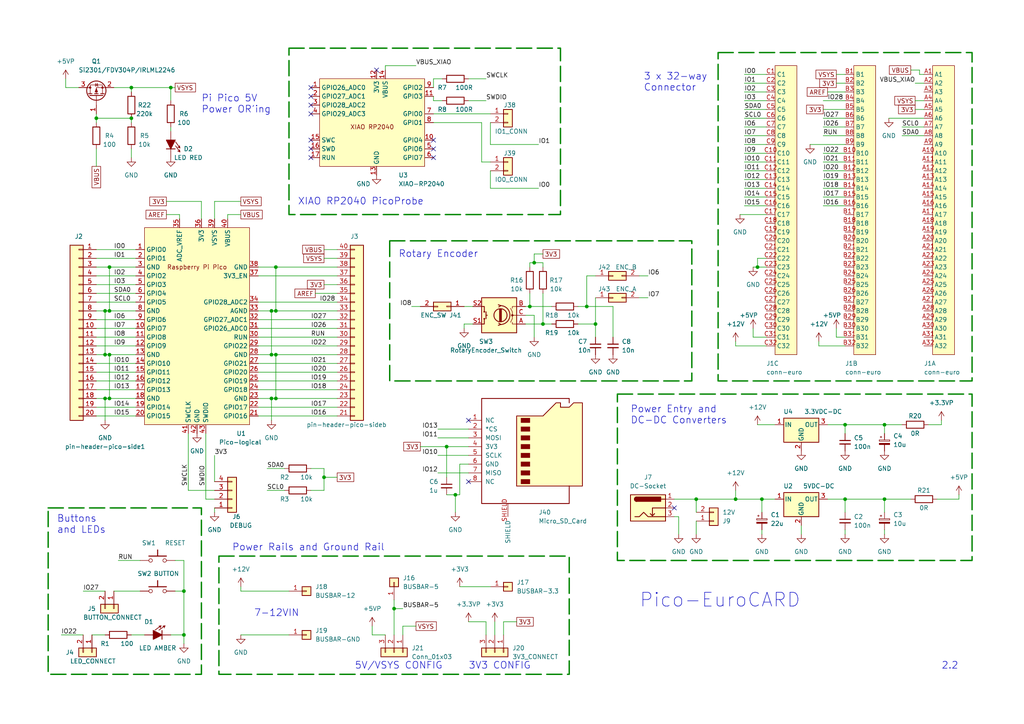
<source format=kicad_sch>
(kicad_sch (version 20230121) (generator eeschema)
  (paper "A4")
  (lib_symbols
    (symbol "Connector_Generic:Conn_01x01" (pin_names (offset 1.016) hide)
      (property "Reference" "J" (at 0 2.54 0))
      (property "Value" "Conn_01x01" (at 0 -2.54 0))
      (symbol "Conn_01x01_1_1"
        (pin passive line (at -5.08 0 0) (length 3.81) (name "Pin_1") (number "1"))
      )
    )
    (symbol "Connector_Generic:Conn_01x02" (pin_names (offset 1.016) hide)
      (property "Reference" "J" (at 0 2.54 0))
      (property "Value" "Conn_01x02" (at 0 -5.08 0))
      (symbol "Conn_01x02_1_1"
        (pin passive line (at -5.08 0 0) (length 3.81) (name "Pin_1") (number "1"))
        (pin passive line (at -5.08 -2.54 0) (length 3.81) (name "Pin_2") (number "2"))
      )
    )
    (symbol "Connector_Generic:Conn_01x03" (pin_names (offset 1.016) hide)
      (property "Reference" "J" (at 0 5.08 0))
      (property "Value" "Conn_01x03" (at 0 -5.08 0))
      (symbol "Conn_01x03_1_1"
        (pin passive line (at -5.08 2.54 0) (length 3.81) (name "Pin_1") (number "1"))
        (pin passive line (at -5.08 0 0) (length 3.81) (name "Pin_2") (number "2"))
        (pin passive line (at -5.08 -2.54 0) (length 3.81) (name "Pin_3") (number "3"))
      )
    )
    (symbol "Connector_Generic:Conn_01x04" (pin_names (offset 1.016) hide)
      (property "Reference" "J" (at 0 5.08 0))
      (property "Value" "Conn_01x04" (at 0 -7.62 0))
      (symbol "Conn_01x04_1_1"
        (pin passive line (at -5.08 2.54 0) (length 3.81) (name "Pin_1") (number "1"))
        (pin passive line (at -5.08 0 0) (length 3.81) (name "Pin_2") (number "2"))
        (pin passive line (at -5.08 -2.54 0) (length 3.81) (name "Pin_3") (number "3"))
        (pin passive line (at -5.08 -5.08 0) (length 3.81) (name "Pin_4") (number "4"))
      )
    )
    (symbol "Connector_Generic:Conn_01x05" (pin_names (offset 1.016) hide)
      (property "Reference" "J" (at 0 7.62 0))
      (property "Value" "Conn_01x05" (at 0 -7.62 0))
      (symbol "Conn_01x05_1_1"
        (pin passive line (at -5.08 5.08 0) (length 3.81) (name "Pin_1") (number "1"))
        (pin passive line (at -5.08 2.54 0) (length 3.81) (name "Pin_2") (number "2"))
        (pin passive line (at -5.08 0 0) (length 3.81) (name "Pin_3") (number "3"))
        (pin passive line (at -5.08 -2.54 0) (length 3.81) (name "Pin_4") (number "4"))
        (pin passive line (at -5.08 -5.08 0) (length 3.81) (name "Pin_5") (number "5"))
      )
    )
    (symbol "Connector_Generic:Conn_02x04_Counter_Clockwise" (pin_names (offset 1.016) hide)
      (property "Reference" "J" (at 1.27 5.08 0))
      (property "Value" "Conn_02x04_Counter_Clockwise" (at 1.27 -7.62 0))
      (symbol "Conn_02x04_Counter_Clockwise_1_1"
        (pin passive line (at -5.08 2.54 0) (length 3.81) (name "Pin_1") (number "1"))
        (pin passive line (at -5.08 0 0) (length 3.81) (name "Pin_2") (number "2"))
        (pin passive line (at -5.08 -2.54 0) (length 3.81) (name "Pin_3") (number "3"))
        (pin passive line (at -5.08 -5.08 0) (length 3.81) (name "Pin_4") (number "4"))
        (pin passive line (at 7.62 -5.08 180) (length 3.81) (name "Pin_5") (number "5"))
        (pin passive line (at 7.62 -2.54 180) (length 3.81) (name "Pin_6") (number "6"))
        (pin passive line (at 7.62 0 180) (length 3.81) (name "Pin_7") (number "7"))
        (pin passive line (at 7.62 2.54 180) (length 3.81) (name "Pin_8") (number "8"))
      )
    )
    (symbol "Connector_Generic:Conn_02x08_Counter_Clockwise" (pin_names (offset 1.016) hide)
      (property "Reference" "J" (at 1.27 10.16 0))
      (property "Value" "Conn_02x08_Counter_Clockwise" (at 1.27 -12.7 0))
      (symbol "Conn_02x08_Counter_Clockwise_1_1"
        (pin passive line (at -5.08 7.62 0) (length 3.81) (name "Pin_1") (number "1"))
        (pin passive line (at 7.62 -7.62 180) (length 3.81) (name "Pin_10") (number "10"))
        (pin passive line (at 7.62 -5.08 180) (length 3.81) (name "Pin_11") (number "11"))
        (pin passive line (at 7.62 -2.54 180) (length 3.81) (name "Pin_12") (number "12"))
        (pin passive line (at 7.62 0 180) (length 3.81) (name "Pin_13") (number "13"))
        (pin passive line (at 7.62 2.54 180) (length 3.81) (name "Pin_14") (number "14"))
        (pin passive line (at 7.62 5.08 180) (length 3.81) (name "Pin_15") (number "15"))
        (pin passive line (at 7.62 7.62 180) (length 3.81) (name "Pin_16") (number "16"))
        (pin passive line (at -5.08 5.08 0) (length 3.81) (name "Pin_2") (number "2"))
        (pin passive line (at -5.08 2.54 0) (length 3.81) (name "Pin_3") (number "3"))
        (pin passive line (at -5.08 0 0) (length 3.81) (name "Pin_4") (number "4"))
        (pin passive line (at -5.08 -2.54 0) (length 3.81) (name "Pin_5") (number "5"))
        (pin passive line (at -5.08 -5.08 0) (length 3.81) (name "Pin_6") (number "6"))
        (pin passive line (at -5.08 -7.62 0) (length 3.81) (name "Pin_7") (number "7"))
        (pin passive line (at -5.08 -10.16 0) (length 3.81) (name "Pin_8") (number "8"))
        (pin passive line (at 7.62 -10.16 180) (length 3.81) (name "Pin_9") (number "9"))
      )
    )
    (symbol "Device:C_Polarized_Small" (pin_numbers hide) (pin_names (offset 0.254) hide)
      (property "Reference" "C" (at 0.254 1.778 0))
      (property "Value" "C_Polarized_Small" (at 0.254 -2.032 0))
      (symbol "C_Polarized_Small_1_1"
        (pin passive line (at 0 2.54 270) (length 1.8542) (name "~") (number "1"))
        (pin passive line (at 0 -2.54 90) (length 1.8542) (name "~") (number "2"))
      )
    )
    (symbol "Device:C_Small" (pin_numbers hide) (pin_names (offset 0.254) hide)
      (property "Reference" "C" (at 0.254 1.778 0))
      (property "Value" "C_Small" (at 0.254 -2.032 0))
      (symbol "C_Small_1_1"
        (pin passive line (at 0 2.54 270) (length 2.032) (name "~") (number "1"))
        (pin passive line (at 0 -2.54 90) (length 2.032) (name "~") (number "2"))
      )
    )
    (symbol "Device:R" (pin_numbers hide) (pin_names (offset 0))
      (property "Reference" "R" (at 2.032 0 90))
      (property "Value" "R" (at 0 0 90))
      (symbol "R_1_1"
        (pin passive line (at 0 3.81 270) (length 1.27) (name "~") (number "1"))
        (pin passive line (at 0 -3.81 90) (length 1.27) (name "~") (number "2"))
      )
    )
    (symbol "Device:RotaryEncoder_Switch" (pin_names (offset 0.254) hide)
      (property "Reference" "SW" (at 0 6.604 0))
      (property "Value" "RotaryEncoder_Switch" (at 0 -6.604 0))
      (symbol "RotaryEncoder_Switch_1_1"
        (pin passive line (at -7.62 2.54 0) (length 2.54) (name "A") (number "A"))
        (pin passive line (at -7.62 -2.54 0) (length 2.54) (name "B") (number "B"))
        (pin passive line (at -7.62 0 0) (length 2.54) (name "C") (number "C"))
        (pin passive line (at 7.62 2.54 180) (length 2.54) (name "S1") (number "S1"))
        (pin passive line (at 7.62 -2.54 180) (length 2.54) (name "S2") (number "S2"))
      )
    )
    (symbol "Mechanical:Fiducial"
      (property "Reference" "FID" (at 0 5.08 0))
      (property "Value" "Fiducial" (at 0 3.175 0))
    )
    (symbol "Mechanical:MountingHole" (pin_names (offset 1.016))
      (property "Reference" "H" (at 0 5.08 0))
      (property "Value" "MountingHole" (at 0 3.175 0))
    )
    (symbol "Regulator_Linear:L7805" (pin_names (offset 0.254))
      (property "Reference" "U" (at -3.81 3.175 0))
      (property "Value" "L7805" (at 0 3.175 0))
      (symbol "L7805_1_1"
        (pin power_in line (at -7.62 0 0) (length 2.54) (name "IN") (number "1"))
        (pin power_in line (at 0 -7.62 90) (length 2.54) (name "GND") (number "2"))
        (pin power_out line (at 7.62 0 180) (length 2.54) (name "OUT") (number "3"))
      )
    )
    (symbol "Transistor_FET:BSS84" (pin_names hide)
      (property "Reference" "Q" (at 5.08 1.905 0))
      (property "Value" "BSS84" (at 5.08 0 0))
      (symbol "BSS84_1_1"
        (pin input line (at -5.08 0 0) (length 2.54) (name "G") (number "1"))
        (pin passive line (at 2.54 -5.08 90) (length 2.54) (name "S") (number "2"))
        (pin passive line (at 2.54 5.08 270) (length 2.54) (name "D") (number "3"))
      )
    )
    (symbol "User_Global_Symbol_Library:Conn_01x02_inline" (pin_names (offset 1.016) hide)
      (property "Reference" "J" (at -3.81 2.54 0))
      (property "Value" "Conn_01x02_inline" (at 6.35 2.54 0))
      (symbol "Conn_01x02_inline_1_1"
        (pin passive line (at -6.35 0 0) (length 3.81) (name "Pin_1") (number "1"))
        (pin passive line (at 6.35 0 180) (length 3.81) (name "Pin_2") (number "2"))
      )
    )
    (symbol "User_Global_Symbol_Library:DC-Socket" (pin_names hide)
      (property "Reference" "J" (at 0 5.334 0))
      (property "Value" "DC-Socket" (at 0 -5.08 0))
      (symbol "DC-Socket_1_1"
        (pin power_out line (at 7.62 2.54 180) (length 2.54) (name "~") (number "1"))
        (pin passive line (at 7.62 0 180) (length 2.54) (name "~") (number "2"))
        (pin power_out line (at 7.62 -2.54 180) (length 2.54) (name "~") (number "3"))
      )
    )
    (symbol "User_Global_Symbol_Library:LED" (pin_numbers hide) (pin_names (offset 1.016) hide)
      (property "Reference" "D" (at 0 2.54 0))
      (property "Value" "LED" (at 0 -3.81 0))
      (symbol "LED_1_1"
        (pin passive line (at -3.81 0 0) (length 2.54) (name "K") (number "1"))
        (pin passive line (at 3.81 0 180) (length 2.54) (name "A") (number "2"))
      )
    )
    (symbol "User_Global_Symbol_Library:Micro_SD_Card" (pin_names (offset 1.016))
      (property "Reference" "J" (at -16.51 15.24 0))
      (property "Value" "Micro_SD_Card" (at 2.54 15.24 0))
      (symbol "Micro_SD_Card_1_1"
        (pin unspecified line (at -22.86 7.62 0) (length 3.81) (name "NC") (number "1"))
        (pin bidirectional line (at -22.86 5.08 0) (length 3.81) (name "*CS") (number "2"))
        (pin input line (at -22.86 2.54 0) (length 3.81) (name "MOSI") (number "3"))
        (pin power_in line (at -22.86 0 0) (length 3.81) (name "3V3") (number "4"))
        (pin input line (at -22.86 -2.54 0) (length 3.81) (name "SCLK") (number "5"))
        (pin power_in line (at -22.86 -5.08 0) (length 3.81) (name "GND") (number "6"))
        (pin bidirectional line (at -22.86 -7.62 0) (length 3.81) (name "MISO") (number "7"))
        (pin bidirectional line (at -22.86 -10.16 0) (length 3.81) (name "NC") (number "8"))
        (pin passive line (at -11.43 -16.51 270) (length 3.81) (name "SHIELD") (number "SHIELD"))
      )
    )
    (symbol "User_Global_Symbol_Library:PUSH-SWITCH" (pin_numbers hide) (pin_names (offset 1.016) hide)
      (property "Reference" "SW" (at 1.27 2.54 0))
      (property "Value" "PUSH-SWITCH" (at 0 -1.524 0))
      (symbol "PUSH-SWITCH_0_1"
        (pin passive line (at -5.08 0 0) (length 2.54) (name "1") (number "1"))
        (pin passive line (at 5.08 0 180) (length 2.54) (name "2") (number "2"))
      )
    )
    (symbol "User_Global_Symbol_Library:Pico"
      (property "Reference" "U?" (at 8.89 -29.21 0))
      (property "Value" "Pico" (at 10.16 -31.75 0))
      (symbol "Pico_0_0"
        (text "Raspberry Pi Pico" (at 0 19.05 0) (effects (font (size 1.27 1.27))))
      )
      (symbol "Pico_1_1"
        (pin bidirectional line (at -17.78 24.13 0) (length 2.54) (name "GPIO0") (number "1"))
        (pin bidirectional line (at -17.78 1.27 0) (length 2.54) (name "GPIO7") (number "10"))
        (pin bidirectional line (at -17.78 -1.27 0) (length 2.54) (name "GPIO8") (number "11"))
        (pin bidirectional line (at -17.78 -3.81 0) (length 2.54) (name "GPIO9") (number "12"))
        (pin power_in line (at -17.78 -6.35 0) (length 2.54) (name "GND") (number "13"))
        (pin bidirectional line (at -17.78 -8.89 0) (length 2.54) (name "GPIO10") (number "14"))
        (pin bidirectional line (at -17.78 -11.43 0) (length 2.54) (name "GPIO11") (number "15"))
        (pin bidirectional line (at -17.78 -13.97 0) (length 2.54) (name "GPIO12") (number "16"))
        (pin bidirectional line (at -17.78 -16.51 0) (length 2.54) (name "GPIO13") (number "17"))
        (pin power_in line (at -17.78 -19.05 0) (length 2.54) (name "GND") (number "18"))
        (pin bidirectional line (at -17.78 -21.59 0) (length 2.54) (name "GPIO14") (number "19"))
        (pin bidirectional line (at -17.78 21.59 0) (length 2.54) (name "GPIO1") (number "2"))
        (pin bidirectional line (at -17.78 -24.13 0) (length 2.54) (name "GPIO15") (number "20"))
        (pin bidirectional line (at 17.78 -24.13 180) (length 2.54) (name "GPIO16") (number "21"))
        (pin bidirectional line (at 17.78 -21.59 180) (length 2.54) (name "GPIO17") (number "22"))
        (pin power_in line (at 17.78 -19.05 180) (length 2.54) (name "GND") (number "23"))
        (pin bidirectional line (at 17.78 -16.51 180) (length 2.54) (name "GPIO18") (number "24"))
        (pin bidirectional line (at 17.78 -13.97 180) (length 2.54) (name "GPIO19") (number "25"))
        (pin bidirectional line (at 17.78 -11.43 180) (length 2.54) (name "GPIO20") (number "26"))
        (pin bidirectional line (at 17.78 -8.89 180) (length 2.54) (name "GPIO21") (number "27"))
        (pin power_in line (at 17.78 -6.35 180) (length 2.54) (name "GND") (number "28"))
        (pin bidirectional line (at 17.78 -3.81 180) (length 2.54) (name "GPIO22") (number "29"))
        (pin power_in line (at -17.78 19.05 0) (length 2.54) (name "GND") (number "3"))
        (pin input line (at 17.78 -1.27 180) (length 2.54) (name "RUN") (number "30"))
        (pin bidirectional line (at 17.78 1.27 180) (length 2.54) (name "GPIO26_ADC0") (number "31"))
        (pin bidirectional line (at 17.78 3.81 180) (length 2.54) (name "GPIO27_ADC1") (number "32"))
        (pin power_in line (at 17.78 6.35 180) (length 2.54) (name "AGND") (number "33"))
        (pin bidirectional line (at 17.78 8.89 180) (length 2.54) (name "GPIO28_ADC2") (number "34"))
        (pin power_in line (at -5.08 33.02 270) (length 2.54) (name "ADC_VREF") (number "35"))
        (pin power_in line (at 1.27 33.02 270) (length 2.54) (name "3V3") (number "36"))
        (pin input line (at 17.78 16.51 180) (length 2.54) (name "3V3_EN") (number "37"))
        (pin bidirectional line (at 17.78 19.05 180) (length 2.54) (name "GND") (number "38"))
        (pin power_in line (at 5.08 33.02 270) (length 2.54) (name "VSYS") (number "39"))
        (pin bidirectional line (at -17.78 16.51 0) (length 2.54) (name "GPIO2") (number "4"))
        (pin power_in line (at 8.89 33.02 270) (length 2.54) (name "VBUS") (number "40"))
        (pin input line (at -2.54 -29.21 90) (length 2.54) (name "SWCLK") (number "41"))
        (pin power_in line (at 0 -29.21 90) (length 2.54) (name "GND") (number "42"))
        (pin bidirectional line (at 2.54 -29.21 90) (length 2.54) (name "SWDIO") (number "43"))
        (pin bidirectional line (at -17.78 13.97 0) (length 2.54) (name "GPIO3") (number "5"))
        (pin bidirectional line (at -17.78 11.43 0) (length 2.54) (name "GPIO4") (number "6"))
        (pin bidirectional line (at -17.78 8.89 0) (length 2.54) (name "GPIO5") (number "7"))
        (pin power_in line (at -17.78 6.35 0) (length 2.54) (name "GND") (number "8"))
        (pin bidirectional line (at -17.78 3.81 0) (length 2.54) (name "GPIO6") (number "9"))
      )
    )
    (symbol "User_Global_Symbol_Library:VREG-3PIN" (pin_names (offset 0.254))
      (property "Reference" "U" (at -3.81 3.175 0))
      (property "Value" "VREG-3PIN" (at 0 3.175 0))
      (symbol "VREG-3PIN_1_1"
        (pin power_in line (at -7.62 0 0) (length 2.54) (name "IN") (number "1"))
        (pin power_in line (at 0 -7.62 90) (length 2.54) (name "GND") (number "2"))
        (pin power_out line (at 7.62 0 180) (length 2.54) (name "OUT") (number "3"))
      )
    )
    (symbol "User_Global_Symbol_Library:XIAO-RP2040"
      (property "Reference" "U?" (at 8.89 2.54 0))
      (property "Value" "XIAO-RP2040" (at 11.43 0 0))
      (symbol "XIAO-RP2040_0_0"
        (text "XIAO RP2040" (at 0 16.51 0) (effects (font (size 1.27 1.27))))
      )
      (symbol "XIAO-RP2040_1_1"
        (pin bidirectional line (at -17.78 27.94 0) (length 2.54) (name "GPIO26_ADC0") (number "1"))
        (pin bidirectional line (at 17.78 12.7 180) (length 2.54) (name "GPIO4") (number "10"))
        (pin bidirectional line (at 17.78 25.4 180) (length 2.54) (name "GPIO3") (number "11"))
        (pin power_out line (at 1.27 33.02 270) (length 2.54) (name "3V3") (number "12"))
        (pin power_in line (at 1.27 2.54 90) (length 2.54) (name "GND") (number "13"))
        (pin power_out line (at 3.81 33.02 270) (length 2.54) (name "VBUS") (number "14"))
        (pin input line (at -17.78 12.7 0) (length 2.54) (name "SWC") (number "15"))
        (pin bidirectional line (at -17.78 10.16 0) (length 2.54) (name "SWD") (number "16"))
        (pin input line (at -17.78 7.62 0) (length 2.54) (name "RUN") (number "17"))
        (pin bidirectional line (at -17.78 25.4 0) (length 2.54) (name "GPIO27_ADC1") (number "2"))
        (pin bidirectional line (at -17.78 22.86 0) (length 2.54) (name "GPIO28_ADC2") (number "3"))
        (pin bidirectional line (at -17.78 20.32 0) (length 2.54) (name "GPIO29_ADC3") (number "4"))
        (pin bidirectional line (at 17.78 10.16 180) (length 2.54) (name "GPIO6") (number "5"))
        (pin bidirectional line (at 17.78 7.62 180) (length 2.54) (name "GPIO7") (number "6"))
        (pin bidirectional line (at 17.78 20.32 180) (length 2.54) (name "GPIO0") (number "7"))
        (pin bidirectional line (at 17.78 17.78 180) (length 2.54) (name "GPIO1") (number "8"))
        (pin bidirectional line (at 17.78 27.94 180) (length 2.54) (name "GPIO2") (number "9"))
      )
    )
    (symbol "User_Global_Symbol_Library:conn-euro"
      (property "Reference" "J" (at 0 54.61 0))
      (property "Value" "conn-euro" (at 0 -31.75 0))
      (symbol "conn-euro_1_1"
        (pin passive line (at -2.54 50.8 0) (length 2.54) (name "A1") (number "A1"))
        (pin passive line (at -2.54 27.94 0) (length 2.54) (name "A10") (number "A10"))
        (pin passive line (at -2.54 25.4 0) (length 2.54) (name "A11") (number "A11"))
        (pin passive line (at -2.54 22.86 0) (length 2.54) (name "A12") (number "A12"))
        (pin passive line (at -2.54 20.32 0) (length 2.54) (name "A13") (number "A13"))
        (pin passive line (at -2.54 17.78 0) (length 2.54) (name "A14") (number "A14"))
        (pin passive line (at -2.54 15.24 0) (length 2.54) (name "A15") (number "A15"))
        (pin passive line (at -2.54 12.7 0) (length 2.54) (name "A16") (number "A16"))
        (pin passive line (at -2.54 10.16 0) (length 2.54) (name "A17") (number "A17"))
        (pin passive line (at -2.54 7.62 0) (length 2.54) (name "A18") (number "A18"))
        (pin passive line (at -2.54 5.08 0) (length 2.54) (name "A19") (number "A19"))
        (pin passive line (at -2.54 48.26 0) (length 2.54) (name "A2") (number "A2"))
        (pin passive line (at -2.54 2.54 0) (length 2.54) (name "A20") (number "A20"))
        (pin passive line (at -2.54 0 0) (length 2.54) (name "A21") (number "A21"))
        (pin passive line (at -2.54 -2.54 0) (length 2.54) (name "A22") (number "A22"))
        (pin passive line (at -2.54 -5.08 0) (length 2.54) (name "A23") (number "A23"))
        (pin passive line (at -2.54 -7.62 0) (length 2.54) (name "A24") (number "A24"))
        (pin passive line (at -2.54 -10.16 0) (length 2.54) (name "A25") (number "A25"))
        (pin passive line (at -2.54 -12.7 0) (length 2.54) (name "A26") (number "A26"))
        (pin passive line (at -2.54 -15.24 0) (length 2.54) (name "A27") (number "A27"))
        (pin passive line (at -2.54 -17.78 0) (length 2.54) (name "A28") (number "A28"))
        (pin passive line (at -2.54 -20.32 0) (length 2.54) (name "A29") (number "A29"))
        (pin passive line (at -2.54 45.72 0) (length 2.54) (name "A3") (number "A3"))
        (pin passive line (at -2.54 -22.86 0) (length 2.54) (name "A30") (number "A30"))
        (pin passive line (at -2.54 -25.4 0) (length 2.54) (name "A31") (number "A31"))
        (pin passive line (at -2.54 -27.94 0) (length 2.54) (name "A32") (number "A32"))
        (pin passive line (at -2.54 43.18 0) (length 2.54) (name "A4") (number "A4"))
        (pin passive line (at -2.54 40.64 0) (length 2.54) (name "A5") (number "A5"))
        (pin passive line (at -2.54 38.1 0) (length 2.54) (name "A6") (number "A6"))
        (pin passive line (at -2.54 35.56 0) (length 2.54) (name "A7") (number "A7"))
        (pin passive line (at -2.54 33.02 0) (length 2.54) (name "A8") (number "A8"))
        (pin passive line (at -2.54 30.48 0) (length 2.54) (name "A9") (number "A9"))
      )
      (symbol "conn-euro_2_1"
        (pin passive line (at -2.54 50.8 0) (length 2.54) (name "B1") (number "B1"))
        (pin passive line (at -2.54 27.94 0) (length 2.54) (name "B10") (number "B10"))
        (pin passive line (at -2.54 25.4 0) (length 2.54) (name "B11") (number "B11"))
        (pin passive line (at -2.54 22.86 0) (length 2.54) (name "B12") (number "B12"))
        (pin passive line (at -2.54 20.32 0) (length 2.54) (name "B13") (number "B13"))
        (pin passive line (at -2.54 17.78 0) (length 2.54) (name "B14") (number "B14"))
        (pin passive line (at -2.54 15.24 0) (length 2.54) (name "B15") (number "B15"))
        (pin passive line (at -2.54 12.7 0) (length 2.54) (name "B16") (number "B16"))
        (pin passive line (at -2.54 10.16 0) (length 2.54) (name "B17") (number "B17"))
        (pin passive line (at -2.54 7.62 0) (length 2.54) (name "B18") (number "B18"))
        (pin passive line (at -2.54 5.08 0) (length 2.54) (name "B19") (number "B19"))
        (pin passive line (at -2.54 48.26 0) (length 2.54) (name "B2") (number "B2"))
        (pin passive line (at -2.54 2.54 0) (length 2.54) (name "B20") (number "B20"))
        (pin passive line (at -2.54 0 0) (length 2.54) (name "B21") (number "B21"))
        (pin passive line (at -2.54 -2.54 0) (length 2.54) (name "B22") (number "B22"))
        (pin passive line (at -2.54 -5.08 0) (length 2.54) (name "B23") (number "B23"))
        (pin passive line (at -2.54 -7.62 0) (length 2.54) (name "B24") (number "B24"))
        (pin passive line (at -2.54 -10.16 0) (length 2.54) (name "B25") (number "B25"))
        (pin passive line (at -2.54 -12.7 0) (length 2.54) (name "B26") (number "B26"))
        (pin passive line (at -2.54 -15.24 0) (length 2.54) (name "B27") (number "B27"))
        (pin passive line (at -2.54 -17.78 0) (length 2.54) (name "B28") (number "B28"))
        (pin passive line (at -2.54 -20.32 0) (length 2.54) (name "B29") (number "B29"))
        (pin passive line (at -2.54 45.72 0) (length 2.54) (name "B3") (number "B3"))
        (pin passive line (at -2.54 -22.86 0) (length 2.54) (name "B30") (number "B30"))
        (pin passive line (at -2.54 -25.4 0) (length 2.54) (name "B31") (number "B31"))
        (pin passive line (at -2.54 -27.94 0) (length 2.54) (name "B32") (number "B32"))
        (pin passive line (at -2.54 43.18 0) (length 2.54) (name "B4") (number "B4"))
        (pin passive line (at -2.54 40.64 0) (length 2.54) (name "B5") (number "B5"))
        (pin passive line (at -2.54 38.1 0) (length 2.54) (name "B6") (number "B6"))
        (pin passive line (at -2.54 35.56 0) (length 2.54) (name "B7") (number "B7"))
        (pin passive line (at -2.54 33.02 0) (length 2.54) (name "B8") (number "B8"))
        (pin passive line (at -2.54 30.48 0) (length 2.54) (name "B9") (number "B9"))
      )
      (symbol "conn-euro_3_1"
        (pin passive line (at -2.54 50.8 0) (length 2.54) (name "C1") (number "C1"))
        (pin passive line (at -2.54 27.94 0) (length 2.54) (name "C10") (number "C10"))
        (pin passive line (at -2.54 25.4 0) (length 2.54) (name "C11") (number "C11"))
        (pin passive line (at -2.54 22.86 0) (length 2.54) (name "C12") (number "C12"))
        (pin passive line (at -2.54 20.32 0) (length 2.54) (name "C13") (number "C13"))
        (pin passive line (at -2.54 17.78 0) (length 2.54) (name "C14") (number "C14"))
        (pin passive line (at -2.54 15.24 0) (length 2.54) (name "C15") (number "C15"))
        (pin passive line (at -2.54 12.7 0) (length 2.54) (name "C16") (number "C16"))
        (pin passive line (at -2.54 10.16 0) (length 2.54) (name "C17") (number "C17"))
        (pin passive line (at -2.54 7.62 0) (length 2.54) (name "C18") (number "C18"))
        (pin passive line (at -2.54 5.08 0) (length 2.54) (name "C19") (number "C19"))
        (pin passive line (at -2.54 48.26 0) (length 2.54) (name "C2") (number "C2"))
        (pin passive line (at -2.54 2.54 0) (length 2.54) (name "C20") (number "C20"))
        (pin passive line (at -2.54 0 0) (length 2.54) (name "C21") (number "C21"))
        (pin passive line (at -2.54 -2.54 0) (length 2.54) (name "C22") (number "C22"))
        (pin passive line (at -2.54 -5.08 0) (length 2.54) (name "C23") (number "C23"))
        (pin passive line (at -2.54 -7.62 0) (length 2.54) (name "C24") (number "C24"))
        (pin passive line (at -2.54 -10.16 0) (length 2.54) (name "C25") (number "C25"))
        (pin passive line (at -2.54 -12.7 0) (length 2.54) (name "C26") (number "C26"))
        (pin passive line (at -2.54 -15.24 0) (length 2.54) (name "C27") (number "C27"))
        (pin passive line (at -2.54 -17.78 0) (length 2.54) (name "C28") (number "C28"))
        (pin passive line (at -2.54 -20.32 0) (length 2.54) (name "C29") (number "C29"))
        (pin passive line (at -2.54 45.72 0) (length 2.54) (name "C3") (number "C3"))
        (pin passive line (at -2.54 -22.86 0) (length 2.54) (name "C30") (number "C30"))
        (pin passive line (at -2.54 -25.4 0) (length 2.54) (name "C31") (number "C31"))
        (pin passive line (at -2.54 -27.94 0) (length 2.54) (name "C32") (number "C32"))
        (pin passive line (at -2.54 43.18 0) (length 2.54) (name "C4") (number "C4"))
        (pin passive line (at -2.54 40.64 0) (length 2.54) (name "C5") (number "C5"))
        (pin passive line (at -2.54 38.1 0) (length 2.54) (name "C6") (number "C6"))
        (pin passive line (at -2.54 35.56 0) (length 2.54) (name "C7") (number "C7"))
        (pin passive line (at -2.54 33.02 0) (length 2.54) (name "C8") (number "C8"))
        (pin passive line (at -2.54 30.48 0) (length 2.54) (name "C9") (number "C9"))
      )
    )
    (symbol "User_Global_Symbol_Library:matrix-holes"
      (property "Reference" "H" (at 0 2.54 0))
      (property "Value" "matrix-holes" (at 0 -5.08 0))
    )
    (symbol "User_Global_Symbol_Library:pin-header-pico-side1" (pin_names (offset 1.016) hide)
      (property "Reference" "J" (at 1.27 26.67 0))
      (property "Value" "pin-header-pico-side1" (at 1.27 -27.94 0))
      (symbol "pin-header-pico-side1_1_1"
        (pin passive line (at -5.08 22.86 0) (length 3.81) (name "Pin_1") (number "1"))
        (pin passive line (at -5.08 0 0) (length 3.81) (name "Pin_10") (number "10"))
        (pin passive line (at -5.08 -2.54 0) (length 3.81) (name "Pin_11") (number "11"))
        (pin passive line (at -5.08 -5.08 0) (length 3.81) (name "Pin_12") (number "12"))
        (pin passive line (at -5.08 -7.62 0) (length 3.81) (name "Pin_13") (number "13"))
        (pin passive line (at -5.08 -10.16 0) (length 3.81) (name "Pin_14") (number "14"))
        (pin passive line (at -5.08 -12.7 0) (length 3.81) (name "Pin_15") (number "15"))
        (pin passive line (at -5.08 -15.24 0) (length 3.81) (name "Pin_16") (number "16"))
        (pin passive line (at -5.08 -17.78 0) (length 3.81) (name "Pin_17") (number "17"))
        (pin passive line (at -5.08 -20.32 0) (length 3.81) (name "Pin_18") (number "18"))
        (pin passive line (at -5.08 -22.86 0) (length 3.81) (name "Pin_19") (number "19"))
        (pin passive line (at -5.08 20.32 0) (length 3.81) (name "Pin_2") (number "2"))
        (pin passive line (at -5.08 -25.4 0) (length 3.81) (name "Pin_20") (number "20"))
        (pin passive line (at -5.08 17.78 0) (length 3.81) (name "Pin_3") (number "3"))
        (pin passive line (at -5.08 15.24 0) (length 3.81) (name "Pin_4") (number "4"))
        (pin passive line (at -5.08 12.7 0) (length 3.81) (name "Pin_5") (number "5"))
        (pin passive line (at -5.08 10.16 0) (length 3.81) (name "Pin_6") (number "6"))
        (pin passive line (at -5.08 7.62 0) (length 3.81) (name "Pin_7") (number "7"))
        (pin passive line (at -5.08 5.08 0) (length 3.81) (name "Pin_8") (number "8"))
        (pin passive line (at -5.08 2.54 0) (length 3.81) (name "Pin_9") (number "9"))
      )
    )
    (symbol "User_Global_Symbol_Library:pin-header-pico-sideb" (pin_names (offset 1.016) hide)
      (property "Reference" "J" (at 2.54 26.67 0))
      (property "Value" "pin-header-pico-sideb" (at 1.27 -27.94 0))
      (symbol "pin-header-pico-sideb_1_1"
        (pin passive line (at 7.62 -25.4 180) (length 3.81) (name "Pin_21") (number "21"))
        (pin passive line (at 7.62 -22.86 180) (length 3.81) (name "Pin_22") (number "22"))
        (pin passive line (at 7.62 -20.32 180) (length 3.81) (name "Pin_23") (number "23"))
        (pin passive line (at 7.62 -17.78 180) (length 3.81) (name "Pin_24") (number "24"))
        (pin passive line (at 7.62 -15.24 180) (length 3.81) (name "Pin_25") (number "25"))
        (pin passive line (at 7.62 -12.7 180) (length 3.81) (name "Pin_26") (number "26"))
        (pin passive line (at 7.62 -10.16 180) (length 3.81) (name "Pin_27") (number "27"))
        (pin passive line (at 7.62 -7.62 180) (length 3.81) (name "Pin_28") (number "28"))
        (pin passive line (at 7.62 -5.08 180) (length 3.81) (name "Pin_29") (number "29"))
        (pin passive line (at 7.62 -2.54 180) (length 3.81) (name "Pin_30") (number "30"))
        (pin passive line (at 7.62 0 180) (length 3.81) (name "Pin_31") (number "31"))
        (pin passive line (at 7.62 2.54 180) (length 3.81) (name "Pin_32") (number "32"))
        (pin passive line (at 7.62 5.08 180) (length 3.81) (name "Pin_33") (number "33"))
        (pin passive line (at 7.62 7.62 180) (length 3.81) (name "Pin_34") (number "34"))
        (pin passive line (at 7.62 10.16 180) (length 3.81) (name "Pin_35") (number "35"))
        (pin passive line (at 7.62 12.7 180) (length 3.81) (name "Pin_36") (number "36"))
        (pin passive line (at 7.62 15.24 180) (length 3.81) (name "Pin_37") (number "37"))
        (pin passive line (at 7.62 17.78 180) (length 3.81) (name "Pin_38") (number "38"))
        (pin passive line (at 7.62 20.32 180) (length 3.81) (name "Pin_39") (number "39"))
        (pin passive line (at 7.62 22.86 180) (length 3.81) (name "Pin_40") (number "40"))
      )
    )
    (symbol "User_Global_Symbol_Library:short-option" (pin_numbers hide) (pin_names (offset 1.016) hide)
      (property "Reference" "S" (at 0 2.54 0))
      (property "Value" "short-option" (at 0 -3.81 0))
      (property "Footprint" "User_Global_Library:short-option" (at 0 0 0))
      (symbol "short-option_1_1"
        (pin passive line (at -3.81 0 0) (length 2.54) (name "K") (number "1"))
        (pin passive line (at 3.81 0 180) (length 2.54) (name "A") (number "2"))
      )
    )
    (symbol "power:+12V" (power) (pin_names (offset 0))
      (property "Value" "+12V" (at 0 3.556 0))
      (symbol "+12V_1_1"
        (pin power_in line (at 0 0 90) (length 0) hide (name "+12V") (number "1"))
      )
    )
    (symbol "power:+3.3V" (power) (pin_names (offset 0))
      (property "Value" "+3.3V" (at 0 3.556 0))
      (symbol "+3.3V_1_1"
        (pin power_in line (at 0 0 90) (length 0) hide (name "+3V3") (number "1"))
      )
    )
    (symbol "power:+3.3VP" (power) (pin_names (offset 0))
      (property "Value" "+3.3VP" (at 0 2.54 0))
      (symbol "+3.3VP_0_0"
        (pin power_in line (at 0 0 90) (length 0) hide (name "+3.3VP") (number "1"))
      )
    )
    (symbol "power:+5VP" (power) (pin_names (offset 0))
      (property "Value" "+5VP" (at 0 3.556 0))
      (symbol "+5VP_1_1"
        (pin power_in line (at 0 0 90) (length 0) hide (name "+5VP") (number "1"))
      )
    )
    (symbol "power:GND" (power) (pin_names (offset 0))
      (property "Value" "GND" (at 0 -3.81 0))
      (symbol "GND_1_1"
        (pin power_in line (at 0 0 270) (length 0) hide (name "GND") (number "1"))
      )
    )
  )
  (junction (at 213.36 144.78))
  (junction (at 250.19 266.7))
  (junction (at 154.94 76.2))
  (junction (at 157.48 93.98))
  (junction (at 27.94 34.29))
  (junction (at 80.01 115.57))
  (junction (at 78.74 115.57))
  (junction (at 238.76 266.7))
  (junction (at 245.11 316.23))
  (junction (at 80.01 102.87))
  (junction (at 49.53 25.4))
  (junction (at 256.54 144.78))
  (junction (at 114.3 176.53))
  (junction (at 153.67 88.9))
  (junction (at 53.34 184.15))
  (junction (at 170.18 88.9))
  (junction (at 31.75 90.17))
  (junction (at 201.93 144.78))
  (junction (at 238.76 274.32))
  (junction (at 172.72 93.98))
  (junction (at 30.48 90.17))
  (junction (at 30.48 115.57))
  (junction (at 245.11 144.78))
  (junction (at 80.01 90.17))
  (junction (at 31.75 115.57))
  (junction (at 132.08 143.51))
  (junction (at 78.74 90.17))
  (junction (at 78.74 102.87))
  (junction (at 93.98 138.43))
  (junction (at 38.1 34.29))
  (junction (at 245.11 123.19))
  (junction (at 38.1 25.4))
  (junction (at 80.01 77.47))
  (junction (at 219.71 77.47))
  (junction (at 129.54 129.54))
  (junction (at 31.75 102.87))
  (junction (at 31.75 77.47))
  (junction (at 220.98 144.78))
  (junction (at 30.48 102.87))
  (junction (at 238.76 327.66))
  (junction (at 256.54 123.19))
  (junction (at 53.34 171.45))
  (no_connect (at 125.73 45.72))
  (no_connect (at 125.73 43.18))
  (no_connect (at 125.73 40.64))
  (no_connect (at 135.89 139.7))
  (no_connect (at 135.89 121.92))
  (no_connect (at 109.22 20.32))
  (no_connect (at 90.17 33.02))
  (no_connect (at 90.17 40.64))
  (no_connect (at 90.17 43.18))
  (no_connect (at 90.17 45.72))
  (no_connect (at 90.17 30.48))
  (no_connect (at 90.17 27.94))
  (no_connect (at 90.17 25.4))
  (no_connect (at 64.77 341.63))
  (no_connect (at 64.77 339.09))
  (no_connect (at 64.77 307.34))
  (no_connect (at 195.58 147.32))
  (wire (pts (xy 238.76 274.32) (xy 240.03 274.32)))
  (wire (pts (xy 222.25 241.3) (xy 231.14 241.3)))
  (wire (pts (xy 264.16 20.32) (xy 266.7 20.32)))
  (wire (pts (xy 256.54 123.19) (xy 261.62 123.19)))
  (wire (pts (xy 215.9 49.53) (xy 222.25 49.53)))
  (wire (pts (xy 53.34 171.45) (xy 53.34 184.15)))
  (wire (pts (xy 238.76 274.32) (xy 238.76 266.7)))
  (wire (pts (xy 157.48 93.98) (xy 160.02 93.98)))
  (wire (pts (xy 21.59 284.48) (xy 27.94 284.48)))
  (wire (pts (xy 185.42 86.36) (xy 187.96 86.36)))
  (wire (pts (xy 278.13 144.78) (xy 278.13 143.51)))
  (wire (pts (xy 93.98 135.89) (xy 93.98 138.43)))
  (wire (pts (xy 107.95 181.61) (xy 107.95 184.15)))
  (wire (pts (xy 251.46 335.28) (xy 256.54 335.28)))
  (wire (pts (xy 218.44 77.47) (xy 219.71 77.47)))
  (wire (pts (xy 215.9 34.29) (xy 222.25 34.29)))
  (wire (pts (xy 247.65 274.32) (xy 250.19 274.32)))
  (wire (pts (xy 214.63 62.23) (xy 222.25 62.23)))
  (wire (pts (xy 222.25 74.93) (xy 219.71 74.93)))
  (wire (pts (xy 213.36 99.06) (xy 213.36 100.33)))
  (wire (pts (xy 125.73 35.56) (xy 139.7 35.56)))
  (wire (pts (xy 97.79 102.87) (xy 80.01 102.87)))
  (wire (pts (xy 116.84 184.15) (xy 116.84 181.61)))
  (wire (pts (xy 170.18 80.01) (xy 170.18 88.9)))
  (wire (pts (xy 266.7 20.32) (xy 266.7 21.59)))
  (wire (pts (xy 80.01 102.87) (xy 78.74 102.87)))
  (wire (pts (xy 254 251.46) (xy 243.84 251.46)))
  (wire (pts (xy 172.72 93.98) (xy 172.72 97.79)))
  (wire (pts (xy 111.76 19.05) (xy 111.76 20.32)))
  (wire (pts (xy 34.29 162.56) (xy 40.64 162.56)))
  (wire (pts (xy 31.75 102.87) (xy 39.37 102.87)))
  (wire (pts (xy 31.75 102.87) (xy 31.75 115.57)))
  (wire (pts (xy 21.59 304.8) (xy 26.67 304.8)))
  (wire (pts (xy 97.79 110.49) (xy 74.93 110.49)))
  (wire (pts (xy 237.49 100.33) (xy 245.11 100.33)))
  (wire (pts (xy 238.76 275.59) (xy 238.76 274.32)))
  (wire (pts (xy 93.98 138.43) (xy 93.98 142.24)))
  (wire (pts (xy 265.43 29.21) (xy 267.97 29.21)))
  (wire (pts (xy 69.85 170.18) (xy 69.85 171.45)))
  (wire (pts (xy 250.19 274.32) (xy 250.19 266.7)))
  (wire (pts (xy 215.9 26.67) (xy 222.25 26.67)))
  (wire (pts (xy 254 246.38) (xy 243.84 246.38)))
  (wire (pts (xy 97.79 115.57) (xy 80.01 115.57)))
  (wire (pts (xy 256.54 144.78) (xy 245.11 144.78)))
  (wire (pts (xy 125.73 22.86) (xy 125.73 25.4)))
  (wire (pts (xy 196.85 149.86) (xy 196.85 154.94)))
  (wire (pts (xy 254 241.3) (xy 243.84 241.3)))
  (wire (pts (xy 254 254) (xy 243.84 254)))
  (wire (pts (xy 238.76 31.75) (xy 245.11 31.75)))
  (wire (pts (xy 27.94 87.63) (xy 39.37 87.63)))
  (wire (pts (xy 19.05 22.86) (xy 19.05 25.4)))
  (wire (pts (xy 146.05 180.34) (xy 146.05 184.15)))
  (wire (pts (xy 215.9 21.59) (xy 222.25 21.59)))
  (wire (pts (xy 27.94 74.93) (xy 39.37 74.93)))
  (wire (pts (xy 134.62 95.25) (xy 134.62 93.98)))
  (wire (pts (xy 242.57 24.13) (xy 245.11 24.13)))
  (wire (pts (xy 240.03 144.78) (xy 245.11 144.78)))
  (wire (pts (xy 220.98 298.45) (xy 232.41 298.45)))
  (wire (pts (xy 64.77 294.64) (xy 68.58 294.64)))
  (wire (pts (xy 97.79 87.63) (xy 74.93 87.63)))
  (wire (pts (xy 27.94 102.87) (xy 30.48 102.87)))
  (wire (pts (xy 133.35 134.62) (xy 133.35 143.51)))
  (wire (pts (xy 135.89 134.62) (xy 133.35 134.62)))
  (wire (pts (xy 129.54 129.54) (xy 135.89 129.54)))
  (wire (pts (xy 254 243.84) (xy 243.84 243.84)))
  (wire (pts (xy 38.1 35.56) (xy 38.1 34.29)))
  (wire (pts (xy 242.57 95.25) (xy 242.57 97.79)))
  (wire (pts (xy 64.77 323.85) (xy 68.58 323.85)))
  (wire (pts (xy 234.95 275.59) (xy 238.76 275.59)))
  (wire (pts (xy 27.94 82.55) (xy 39.37 82.55)))
  (wire (pts (xy 243.84 335.28) (xy 238.76 335.28)))
  (wire (pts (xy 128.27 29.21) (xy 125.73 29.21)))
  (wire (pts (xy 49.53 36.83) (xy 49.53 38.1)))
  (wire (pts (xy 215.9 36.83) (xy 222.25 36.83)))
  (wire (pts (xy 97.79 90.17) (xy 80.01 90.17)))
  (wire (pts (xy 114.3 176.53) (xy 114.3 184.15)))
  (wire (pts (xy 219.71 320.04) (xy 226.06 320.04)))
  (wire (pts (xy 30.48 115.57) (xy 31.75 115.57)))
  (wire (pts (xy 153.67 77.47) (xy 153.67 76.2)))
  (wire (pts (xy 256.54 148.59) (xy 256.54 144.78)))
  (wire (pts (xy 213.36 142.24) (xy 213.36 144.78)))
  (wire (pts (xy 220.98 154.94) (xy 220.98 153.67)))
  (wire (pts (xy 265.43 31.75) (xy 267.97 31.75)))
  (wire (pts (xy 21.59 289.56) (xy 27.94 289.56)))
  (wire (pts (xy 238.76 57.15) (xy 245.11 57.15)))
  (wire (pts (xy 128.27 22.86) (xy 125.73 22.86)))
  (wire (pts (xy 127 132.08) (xy 135.89 132.08)))
  (wire (pts (xy 52.07 62.23) (xy 52.07 63.5)))
  (wire (pts (xy 255.27 303.53) (xy 245.11 303.53)))
  (wire (pts (xy 142.24 41.91) (xy 156.21 41.91)))
  (wire (pts (xy 48.26 58.42) (xy 58.42 58.42)))
  (wire (pts (xy 245.11 316.23) (xy 247.65 316.23)))
  (wire (pts (xy 97.79 92.71) (xy 74.93 92.71)))
  (wire (pts (xy 220.98 306.07) (xy 232.41 306.07)))
  (wire (pts (xy 195.58 144.78) (xy 201.93 144.78)))
  (wire (pts (xy 219.71 123.19) (xy 224.79 123.19)))
  (wire (pts (xy 273.05 121.92) (xy 273.05 123.19)))
  (wire (pts (xy 78.74 102.87) (xy 74.93 102.87)))
  (wire (pts (xy 251.46 327.66) (xy 256.54 327.66)))
  (wire (pts (xy 245.11 313.69) (xy 245.11 316.23)))
  (wire (pts (xy 24.13 171.45) (xy 30.48 171.45)))
  (wire (pts (xy 21.59 309.88) (xy 26.67 309.88)))
  (wire (pts (xy 62.23 132.08) (xy 62.23 139.7)))
  (wire (pts (xy 238.76 335.28) (xy 238.76 327.66)))
  (wire (pts (xy 215.9 52.07) (xy 222.25 52.07)))
  (wire (pts (xy 93.98 142.24) (xy 90.17 142.24)))
  (wire (pts (xy 33.02 25.4) (xy 38.1 25.4)))
  (wire (pts (xy 97.79 113.03) (xy 74.93 113.03)))
  (wire (pts (xy 135.89 180.34) (xy 140.97 180.34)))
  (wire (pts (xy 234.95 41.91) (xy 245.11 41.91)))
  (wire (pts (xy 266.7 21.59) (xy 267.97 21.59)))
  (wire (pts (xy 54.61 142.24) (xy 62.23 142.24)))
  (wire (pts (xy 80.01 77.47) (xy 80.01 90.17)))
  (wire (pts (xy 78.74 115.57) (xy 78.74 121.92)))
  (wire (pts (xy 170.18 88.9) (xy 177.8 88.9)))
  (wire (pts (xy 220.98 148.59) (xy 220.98 144.78)))
  (wire (pts (xy 261.62 39.37) (xy 267.97 39.37)))
  (wire (pts (xy 222.25 246.38) (xy 231.14 246.38)))
  (wire (pts (xy 238.76 52.07) (xy 245.11 52.07)))
  (wire (pts (xy 27.94 105.41) (xy 39.37 105.41)))
  (wire (pts (xy 62.23 58.42) (xy 62.23 63.5)))
  (wire (pts (xy 222.25 243.84) (xy 231.14 243.84)))
  (wire (pts (xy 250.19 266.7) (xy 252.73 266.7)))
  (wire (pts (xy 219.71 313.69) (xy 226.06 313.69)))
  (wire (pts (xy 154.94 76.2) (xy 157.48 76.2)))
  (wire (pts (xy 49.53 25.4) (xy 50.8 25.4)))
  (wire (pts (xy 78.74 90.17) (xy 74.93 90.17)))
  (wire (pts (xy 21.59 302.26) (xy 26.67 302.26)))
  (wire (pts (xy 213.36 144.78) (xy 220.98 144.78)))
  (wire (pts (xy 64.77 276.86) (xy 66.04 276.86)))
  (wire (pts (xy 129.54 143.51) (xy 132.08 143.51)))
  (wire (pts (xy 238.76 36.83) (xy 245.11 36.83)))
  (wire (pts (xy 114.3 176.53) (xy 116.84 176.53)))
  (wire (pts (xy 49.53 25.4) (xy 49.53 29.21)))
  (wire (pts (xy 240.03 123.19) (xy 245.11 123.19)))
  (wire (pts (xy 238.76 34.29) (xy 245.11 34.29)))
  (wire (pts (xy 64.77 318.77) (xy 68.58 318.77)))
  (wire (pts (xy 254 256.54) (xy 243.84 256.54)))
  (wire (pts (xy 152.4 93.98) (xy 157.48 93.98)))
  (wire (pts (xy 27.94 115.57) (xy 30.48 115.57)))
  (wire (pts (xy 78.74 90.17) (xy 78.74 102.87)))
  (wire (pts (xy 127 127) (xy 135.89 127)))
  (wire (pts (xy 154.94 91.44) (xy 152.4 91.44)))
  (wire (pts (xy 233.68 313.69) (xy 236.22 313.69)))
  (wire (pts (xy 26.67 184.15) (xy 30.48 184.15)))
  (wire (pts (xy 143.51 180.34) (xy 143.51 184.15)))
  (wire (pts (xy 97.79 97.79) (xy 74.93 97.79)))
  (wire (pts (xy 27.94 107.95) (xy 39.37 107.95)))
  (wire (pts (xy 201.93 151.13) (xy 201.93 154.94)))
  (wire (pts (xy 215.9 46.99) (xy 222.25 46.99)))
  (wire (pts (xy 27.94 34.29) (xy 27.94 35.56)))
  (wire (pts (xy 222.25 256.54) (xy 231.14 256.54)))
  (wire (pts (xy 215.9 54.61) (xy 222.25 54.61)))
  (wire (pts (xy 157.48 93.98) (xy 157.48 85.09)))
  (wire (pts (xy 58.42 58.42) (xy 58.42 63.5)))
  (wire (pts (xy 27.94 90.17) (xy 30.48 90.17)))
  (wire (pts (xy 134.62 93.98) (xy 137.16 93.98)))
  (wire (pts (xy 97.79 95.25) (xy 74.93 95.25)))
  (wire (pts (xy 38.1 25.4) (xy 49.53 25.4)))
  (wire (pts (xy 238.76 39.37) (xy 245.11 39.37)))
  (wire (pts (xy 233.68 327.66) (xy 238.76 327.66)))
  (wire (pts (xy 265.43 24.13) (xy 267.97 24.13)))
  (wire (pts (xy 222.25 248.92) (xy 231.14 248.92)))
  (wire (pts (xy 243.84 313.69) (xy 245.11 313.69)))
  (wire (pts (xy 59.69 144.78) (xy 62.23 144.78)))
  (wire (pts (xy 142.24 49.53) (xy 142.24 54.61)))
  (wire (pts (xy 172.72 80.01) (xy 170.18 80.01)))
  (wire (pts (xy 64.77 271.78) (xy 68.58 271.78)))
  (wire (pts (xy 80.01 90.17) (xy 78.74 90.17)))
  (wire (pts (xy 93.98 82.55) (xy 97.79 82.55)))
  (wire (pts (xy 27.94 92.71) (xy 39.37 92.71)))
  (wire (pts (xy 238.76 44.45) (xy 245.11 44.45)))
  (wire (pts (xy 185.42 80.01) (xy 187.96 80.01)))
  (wire (pts (xy 269.24 123.19) (xy 273.05 123.19)))
  (wire (pts (xy 107.95 184.15) (xy 111.76 184.15)))
  (wire (pts (xy 238.76 54.61) (xy 245.11 54.61)))
  (wire (pts (xy 21.59 307.34) (xy 26.67 307.34)))
  (wire (pts (xy 27.94 113.03) (xy 39.37 113.03)))
  (wire (pts (xy 222.25 254) (xy 231.14 254)))
  (wire (pts (xy 142.24 35.56) (xy 142.24 41.91)))
  (wire (pts (xy 27.94 43.18) (xy 27.94 48.26)))
  (wire (pts (xy 27.94 77.47) (xy 31.75 77.47)))
  (wire (pts (xy 27.94 120.65) (xy 39.37 120.65)))
  (wire (pts (xy 215.9 31.75) (xy 222.25 31.75)))
  (wire (pts (xy 64.77 247.65) (xy 64.77 250.19)))
  (wire (pts (xy 93.98 72.39) (xy 97.79 72.39)))
  (wire (pts (xy 119.38 88.9) (xy 121.92 88.9)))
  (wire (pts (xy 218.44 275.59) (xy 227.33 275.59)))
  (wire (pts (xy 93.98 74.93) (xy 97.79 74.93)))
  (wire (pts (xy 31.75 77.47) (xy 39.37 77.47)))
  (wire (pts (xy 27.94 80.01) (xy 39.37 80.01)))
  (wire (pts (xy 220.98 303.53) (xy 232.41 303.53)))
  (wire (pts (xy 31.75 77.47) (xy 31.75 90.17)))
  (wire (pts (xy 31.75 90.17) (xy 39.37 90.17)))
  (wire (pts (xy 218.44 97.79) (xy 222.25 97.79)))
  (wire (pts (xy 232.41 154.94) (xy 232.41 152.4)))
  (wire (pts (xy 80.01 115.57) (xy 78.74 115.57)))
  (wire (pts (xy 33.02 171.45) (xy 40.64 171.45)))
  (wire (pts (xy 64.77 328.93) (xy 66.04 328.93)))
  (wire (pts (xy 154.94 73.66) (xy 154.94 76.2)))
  (wire (pts (xy 91.44 85.09) (xy 97.79 85.09)))
  (wire (pts (xy 254 248.92) (xy 243.84 248.92)))
  (wire (pts (xy 220.98 144.78) (xy 224.79 144.78)))
  (wire (pts (xy 97.79 118.11) (xy 74.93 118.11)))
  (wire (pts (xy 48.26 62.23) (xy 52.07 62.23)))
  (wire (pts (xy 27.94 95.25) (xy 39.37 95.25)))
  (wire (pts (xy 64.77 297.18) (xy 67.31 297.18)))
  (wire (pts (xy 64.77 292.1) (xy 68.58 292.1)))
  (wire (pts (xy 261.62 36.83) (xy 267.97 36.83)))
  (wire (pts (xy 213.36 100.33) (xy 222.25 100.33)))
  (wire (pts (xy 247.65 266.7) (xy 250.19 266.7)))
  (wire (pts (xy 66.04 241.3) (xy 66.04 236.22)))
  (wire (pts (xy 132.08 143.51) (xy 132.08 148.59)))
  (wire (pts (xy 201.93 144.78) (xy 213.36 144.78)))
  (wire (pts (xy 255.27 306.07) (xy 245.11 306.07)))
  (wire (pts (xy 66.04 328.93) (xy 66.04 330.2)))
  (wire (pts (xy 38.1 45.72) (xy 38.1 43.18)))
  (wire (pts (xy 153.67 88.9) (xy 160.02 88.9)))
  (wire (pts (xy 133.35 170.18) (xy 142.24 170.18)))
  (wire (pts (xy 167.64 93.98) (xy 172.72 93.98)))
  (wire (pts (xy 27.94 85.09) (xy 39.37 85.09)))
  (wire (pts (xy 172.72 86.36) (xy 172.72 93.98)))
  (wire (pts (xy 69.85 58.42) (xy 62.23 58.42)))
  (wire (pts (xy 140.97 180.34) (xy 140.97 184.15)))
  (wire (pts (xy 64.77 259.08) (xy 71.12 259.08)))
  (wire (pts (xy 97.79 120.65) (xy 74.93 120.65)))
  (wire (pts (xy 245.11 144.78) (xy 245.11 148.59)))
  (wire (pts (xy 177.8 88.9) (xy 177.8 97.79)))
  (wire (pts (xy 97.79 77.47) (xy 80.01 77.47)))
  (wire (pts (xy 240.03 26.67) (xy 245.11 26.67)))
  (wire (pts (xy 30.48 90.17) (xy 30.48 102.87)))
  (wire (pts (xy 219.71 77.47) (xy 222.25 77.47)))
  (wire (pts (xy 153.67 88.9) (xy 152.4 88.9)))
  (wire (pts (xy 255.27 300.99) (xy 245.11 300.99)))
  (wire (pts (xy 134.62 88.9) (xy 137.16 88.9)))
  (wire (pts (xy 215.9 39.37) (xy 222.25 39.37)))
  (wire (pts (xy 237.49 99.06) (xy 237.49 100.33)))
  (wire (pts (xy 215.9 59.69) (xy 222.25 59.69)))
  (wire (pts (xy 219.71 327.66) (xy 226.06 327.66)))
  (wire (pts (xy 125.73 29.21) (xy 125.73 27.94)))
  (wire (pts (xy 245.11 316.23) (xy 245.11 320.04)))
  (wire (pts (xy 19.05 25.4) (xy 22.86 25.4)))
  (wire (pts (xy 38.1 25.4) (xy 38.1 26.67)))
  (wire (pts (xy 64.77 274.32) (xy 68.58 274.32)))
  (wire (pts (xy 135.89 22.86) (xy 140.97 22.86)))
  (wire (pts (xy 245.11 123.19) (xy 245.11 125.73)))
  (wire (pts (xy 90.17 135.89) (xy 93.98 135.89)))
  (wire (pts (xy 238.76 29.21) (xy 245.11 29.21)))
  (wire (pts (xy 66.04 62.23) (xy 66.04 63.5)))
  (wire (pts (xy 69.85 62.23) (xy 66.04 62.23)))
  (wire (pts (xy 139.7 46.99) (xy 142.24 46.99)))
  (wire (pts (xy 64.77 243.84) (xy 67.31 243.84)))
  (wire (pts (xy 132.08 143.51) (xy 133.35 143.51)))
  (wire (pts (xy 59.69 125.73) (xy 59.69 144.78)))
  (wire (pts (xy 77.47 142.24) (xy 82.55 142.24)))
  (wire (pts (xy 254 238.76) (xy 243.84 238.76)))
  (wire (pts (xy 215.9 41.91) (xy 222.25 41.91)))
  (wire (pts (xy 31.75 115.57) (xy 39.37 115.57)))
  (wire (pts (xy 64.77 326.39) (xy 68.58 326.39)))
  (wire (pts (xy 80.01 102.87) (xy 80.01 115.57)))
  (wire (pts (xy 215.9 44.45) (xy 222.25 44.45)))
  (wire (pts (xy 127 137.16) (xy 135.89 137.16)))
  (wire (pts (xy 234.95 266.7) (xy 238.76 266.7)))
  (wire (pts (xy 53.34 184.15) (xy 53.34 186.69)))
  (wire (pts (xy 129.54 138.43) (xy 129.54 129.54)))
  (wire (pts (xy 220.98 300.99) (xy 232.41 300.99)))
  (wire (pts (xy 97.79 80.01) (xy 74.93 80.01)))
  (wire (pts (xy 142.24 54.61) (xy 156.21 54.61)))
  (wire (pts (xy 218.44 95.25) (xy 218.44 97.79)))
  (wire (pts (xy 218.44 266.7) (xy 227.33 266.7)))
  (wire (pts (xy 66.04 276.86) (xy 66.04 278.13)))
  (wire (pts (xy 27.94 33.02) (xy 27.94 34.29)))
  (wire (pts (xy 27.94 97.79) (xy 39.37 97.79)))
  (wire (pts (xy 27.94 72.39) (xy 39.37 72.39)))
  (wire (pts (xy 50.8 162.56) (xy 53.34 162.56)))
  (wire (pts (xy 238.76 327.66) (xy 243.84 327.66)))
  (wire (pts (xy 27.94 34.29) (xy 38.1 34.29)))
  (wire (pts (xy 153.67 76.2) (xy 154.94 76.2)))
  (wire (pts (xy 238.76 266.7) (xy 240.03 266.7)))
  (wire (pts (xy 153.67 85.09) (xy 153.67 88.9)))
  (wire (pts (xy 242.57 97.79) (xy 245.11 97.79)))
  (wire (pts (xy 64.77 241.3) (xy 66.04 241.3)))
  (wire (pts (xy 222.25 238.76) (xy 231.14 238.76)))
  (wire (pts (xy 195.58 149.86) (xy 196.85 149.86)))
  (wire (pts (xy 27.94 100.33) (xy 39.37 100.33)))
  (wire (pts (xy 21.59 287.02) (xy 27.94 287.02)))
  (wire (pts (xy 127 124.46) (xy 135.89 124.46)))
  (wire (pts (xy 256.54 144.78) (xy 264.16 144.78)))
  (wire (pts (xy 97.79 100.33) (xy 74.93 100.33)))
  (wire (pts (xy 256.54 154.94) (xy 256.54 153.67)))
  (wire (pts (xy 27.94 118.11) (xy 39.37 118.11)))
  (wire (pts (xy 64.77 321.31) (xy 68.58 321.31)))
  (wire (pts (xy 245.11 154.94) (xy 245.11 153.67)))
  (wire (pts (xy 215.9 24.13) (xy 222.25 24.13)))
  (wire (pts (xy 201.93 144.78) (xy 201.93 148.59)))
  (wire (pts (xy 271.78 144.78) (xy 278.13 144.78)))
  (wire (pts (xy 50.8 171.45) (xy 53.34 171.45)))
  (wire (pts (xy 219.71 74.93) (xy 219.71 77.47)))
  (wire (pts (xy 69.85 171.45) (xy 83.82 171.45)))
  (wire (pts (xy 154.94 97.79) (xy 154.94 91.44)))
  (wire (pts (xy 139.7 35.56) (xy 139.7 46.99)))
  (wire (pts (xy 114.3 173.99) (xy 114.3 176.53)))
  (wire (pts (xy 245.11 123.19) (xy 256.54 123.19)))
  (wire (pts (xy 38.1 184.15) (xy 41.91 184.15)))
  (wire (pts (xy 62.23 148.59) (xy 62.23 147.32)))
  (wire (pts (xy 80.01 77.47) (xy 74.93 77.47)))
  (wire (pts (xy 27.94 110.49) (xy 39.37 110.49)))
  (wire (pts (xy 121.92 129.54) (xy 129.54 129.54)))
  (wire (pts (xy 238.76 59.69) (xy 245.11 59.69)))
  (wire (pts (xy 233.68 320.04) (xy 236.22 320.04)))
  (wire (pts (xy 30.48 115.57) (xy 30.48 121.92)))
  (wire (pts (xy 30.48 90.17) (xy 31.75 90.17)))
  (wire (pts (xy 215.9 57.15) (xy 222.25 57.15)))
  (wire (pts (xy 157.48 73.66) (xy 154.94 73.66)))
  (wire (pts (xy 67.31 297.18) (xy 67.31 298.45)))
  (wire (pts (xy 149.86 180.34) (xy 146.05 180.34)))
  (wire (pts (xy 135.89 29.21) (xy 140.97 29.21)))
  (wire (pts (xy 242.57 21.59) (xy 245.11 21.59)))
  (wire (pts (xy 97.79 105.41) (xy 74.93 105.41)))
  (wire (pts (xy 256.54 123.19) (xy 256.54 125.73)))
  (wire (pts (xy 97.79 107.95) (xy 74.93 107.95)))
  (wire (pts (xy 238.76 46.99) (xy 245.11 46.99)))
  (wire (pts (xy 257.81 34.29) (xy 267.97 34.29)))
  (wire (pts (xy 255.27 298.45) (xy 245.11 298.45)))
  (wire (pts (xy 111.76 19.05) (xy 120.65 19.05)))
  (wire (pts (xy 69.85 184.15) (xy 83.82 184.15)))
  (wire (pts (xy 125.73 33.02) (xy 142.24 33.02)))
  (wire (pts (xy 245.11 320.04) (xy 243.84 320.04)))
  (wire (pts (xy 157.48 76.2) (xy 157.48 77.47)))
  (wire (pts (xy 77.47 135.89) (xy 82.55 135.89)))
  (wire (pts (xy 215.9 29.21) (xy 222.25 29.21)))
  (wire (pts (xy 93.98 138.43) (xy 97.79 138.43)))
  (wire (pts (xy 78.74 115.57) (xy 74.93 115.57)))
  (wire (pts (xy 17.78 184.15) (xy 24.13 184.15)))
  (wire (pts (xy 238.76 49.53) (xy 245.11 49.53)))
  (wire (pts (xy 116.84 181.61) (xy 120.65 181.61)))
  (wire (pts (xy 30.48 102.87) (xy 31.75 102.87)))
  (wire (pts (xy 167.64 88.9) (xy 170.18 88.9)))
  (wire (pts (xy 53.34 162.56) (xy 53.34 171.45)))
  (wire (pts (xy 54.61 125.73) (xy 54.61 142.24)))
  (wire (pts (xy 49.53 184.15) (xy 53.34 184.15)))
  (wire (pts (xy 222.25 251.46) (xy 231.14 251.46)))
  (rectangle (start 83.82 13.97) (end 162.56 62.23) (stroke (width 0.4) (type dash) (color 0 132 0 1)))
  (rectangle (start 167.64 227.33) (end 193.04 383.54) (stroke (width 0.4) (type dash) (color 0 132 0 1)))
  (rectangle (start 12.7 227.33) (end 38.1 251.46) (stroke (width 0.4) (type dash) (color 0 132 0 1)))
  (rectangle (start 113.03 69.85) (end 200.66 110.49) (stroke (width 0.4) (type dash) (color 0 132 0 1)))
  (rectangle (start 49.53 227.33) (end 92.71 347.98) (stroke (width 0.4) (type dash) (color 0 132 0 1)))
  (rectangle (start 12.7 328.93) (end 38.1 347.98) (stroke (width 0.4) (type dash) (color 0 132 0 1)))
  (rectangle (start 179.07 114.3) (end 281.94 162.56) (stroke (width 0.4) (type dash) (color 0 132 0 1)))
  (rectangle (start 13.97 147.32) (end 58.42 195.58) (stroke (width 0.4) (type dash) (color 0 132 0 1)))
  (rectangle (start 12.7 274.32) (end 38.1 314.96) (stroke (width 0.4) (type dash) (color 0 132 0 1)))
  (rectangle (start 63.5 161.29) (end 165.1 195.58) (stroke (width 0.4) (type dash) (color 0 132 0 1)))
  (rectangle (start 208.28 15.24) (end 281.94 110.49) (stroke (width 0.4) (type dash) (color 0 132 0 1)))
  (rectangle (start 105.41 228.6) (end 130.81 278.13) (stroke (width 0.4) (type dash) (color 0 132 0 1)))
  (rectangle (start 205.74 227.33) (end 271.78 341.63) (stroke (width 0.4) (type dash) (color 0 132 0 1)))
  (text "3V3 CONFIG" (at 135.89 194.31 0) (effects (font (size 2 2)) (justify left bottom)))
  (text "Quick Access\nGPIO around\nPerfboard Area" (at 52.07 226.06 0) (effects (font (size 2 2)) (justify left bottom)))
  (text "5V/VSYS CONFIG" (at 102.87 194.31 0) (effects (font (size 2 2)) (justify left bottom)))
  (text "Buttons\nand LEDs" (at 16.51 154.94 0) (effects (font (size 2 2)) (justify left bottom)))
  (text "Rotary Encoder" (at 115.57 74.93 0) (effects (font (size 2 2)) (justify left bottom)))
  (text "Holes Around\nPerfboard Area" (at 105.41 227.33 0) (effects (font (size 2 2)) (justify left bottom)))
  (text "7-12VIN" (at 73.66 179.07 0) (effects (font (size 2 2)) (justify left bottom)))
  (text "Pi Pico 5V\nPower OR'ing" (at 58.42 33.02 0) (effects (font (size 2 2)) (justify left bottom)))
  (text "Perfboard\nAround SOICs" (at 167.64 226.06 0) (effects (font (size 2 2)) (justify left bottom)))
  (text "Power Entry and\nDC-DC Converters" (at 182.88 123.19 0) (effects (font (size 2 2)) (justify left bottom)))
  (text "Pico-EuroCARD" (at 185.42 176.53 0) (effects (font (size 4 4)) (justify left bottom)))
  (text "Power Rails and Ground Rail" (at 67.31 160.02 0) (effects (font (size 2 2)) (justify left bottom)))
  (text "XIAO RP2040 PicoProbe" (at 86.36 59.69 0) (effects (font (size 2 2)) (justify left bottom)))
  (text "Main\nPerfboard Area" (at 13.97 226.06 0) (effects (font (size 2 2)) (justify left bottom)))
  (text "Fiducials on\nBottom Copper" (at 13.97 326.39 0) (effects (font (size 2 2)) (justify left bottom)))
  (text "2mm and 3.81mm\nConnections\nLeft Side of the\nPerfboard Area" (at 13.97 271.78 0) (effects (font (size 2 2)) (justify left bottom)))
  (text "3 x 32-way\nConnector" (at 186.69 26.67 0) (effects (font (size 2 2)) (justify left bottom)))
  (text "GPIO usable\nas I2C1" (at 74.93 294.64 0) (effects (font (size 1.27 1.27)) (justify left bottom)))
  (text "SOIC Pads and Connections" (at 208.28 224.79 0) (effects (font (size 2 2)) (justify left bottom)))
  (text "2.2" (at 273.05 194.31 0) (effects (font (size 2 2)) (justify left bottom)))
  (text "SPI" (at 74.93 321.31 0) (effects (font (size 1.27 1.27)) (justify left bottom)))
  (label "IO0" (at 156.21 54.61 0))
  (label "SWCLK" (at 54.61 140.97 90))
  (label "IO15" (at 215.9 59.69 0))
  (label "IO22" (at 238.76 44.45 0))
  (label "IO7" (at 33.02 95.25 0))
  (label "SO8-8" (at 256.54 335.28 0))
  (label "SO8-2" (at 222.25 300.99 0))
  (label "IO11" (at 127 127 180))
  (label "IO11" (at 215.9 49.53 0))
  (label "IO10" (at 215.9 46.99 0))
  (label "IO16" (at 238.76 59.69 0))
  (label "BUSBAR-5" (at 116.84 176.53 0))
  (label "SWDIO" (at 140.97 29.21 0))
  (label "SO8-3" (at 222.25 303.53 0))
  (label "SWDIO" (at 59.69 140.97 90))
  (label "IO6" (at 33.02 92.71 0))
  (label "SDA0" (at 77.47 135.89 0))
  (label "SCL0" (at 33.02 87.63 0))
  (label "SCL0" (at 261.62 36.83 0))
  (label "SO16-7" (at 218.44 266.7 0))
  (label "IO27" (at 238.76 34.29 0))
  (label "IO22" (at 17.78 184.15 0))
  (label "IO27" (at 90.17 92.71 0))
  (label "IO12" (at 215.9 52.07 0))
  (label "IO19" (at 238.76 52.07 0))
  (label "IO22" (at 90.17 100.33 0))
  (label "3V3" (at 62.23 132.08 0))
  (label "SO8-6" (at 247.65 316.23 0))
  (label "IO19" (at 90.17 110.49 0))
  (label "IO1" (at 215.9 24.13 0))
  (label "SDA0" (at 215.9 31.75 0))
  (label "IO17" (at 90.17 118.11 0))
  (label "IO8" (at 215.9 41.91 0))
  (label "IO6" (at 187.96 80.01 0))
  (label "IO20" (at 90.17 107.95 0))
  (label "IO18" (at 238.76 54.61 0))
  (label "IO7" (at 215.9 39.37 0))
  (label "IO14" (at 68.58 292.1 0))
  (label "IO28" (at 71.12 259.08 0))
  (label "IO20" (at 238.76 49.53 0))
  (label "RUN" (at 238.76 39.37 0))
  (label "SO16-16" (at 252.73 266.7 0))
  (label "IO18" (at 68.58 321.31 0))
  (label "SDA0" (at 261.62 39.37 0))
  (label "SCL0" (at 215.9 34.29 0))
  (label "IO3" (at 215.9 29.21 0))
  (label "IO28" (at 240.03 29.21 0))
  (label "SCL0" (at 68.58 274.32 0))
  (label "SO8-8" (at 246.38 298.45 0))
  (label "IO16" (at 90.17 120.65 0))
  (label "IO19" (at 68.58 318.77 0))
  (label "IO8" (at 119.38 88.9 180))
  (label "SO16-7" (at 223.52 254 0))
  (label "IO14" (at 33.02 118.11 0))
  (label "SO8-3" (at 219.71 320.04 0))
  (label "IO13" (at 33.02 113.03 0))
  (label "SO16-8" (at 218.44 275.59 0))
  (label "IO3" (at 33.02 82.55 0))
  (label "SO8-5" (at 246.38 306.07 0))
  (label "IO9" (at 215.9 44.45 0))
  (label "IO7" (at 187.96 86.36 0))
  (label "SO8-4" (at 219.71 327.66 0))
  (label "SO8-7" (at 246.38 300.99 0))
  (label "IO10" (at 127 132.08 180))
  (label "IO17" (at 238.76 57.15 0))
  (label "IO18" (at 90.17 113.03 0))
  (label "IO17" (at 68.58 323.85 0))
  (label "IO13" (at 215.9 54.61 0))
  (label "IO11" (at 33.02 107.95 0))
  (label "IO9" (at 33.02 100.33 0))
  (label "IO27" (at 24.13 171.45 0))
  (label "IO28" (at 92.71 87.63 0))
  (label "VBUS_XIAO" (at 120.65 19.05 0))
  (label "IO26" (at 238.76 36.83 0))
  (label "IO21" (at 238.76 46.99 0))
  (label "SO8-2" (at 219.71 313.69 0))
  (label "SCL0" (at 77.47 142.24 0))
  (label "IO0" (at 33.02 72.39 0))
  (label "SWCLK" (at 140.97 22.86 0))
  (label "IO15" (at 68.58 294.64 0))
  (label "SDA0" (at 68.58 271.78 0))
  (label "SO8-1" (at 222.25 298.45 0))
  (label "SO8-4" (at 222.25 306.07 0))
  (label "SO8-6" (at 246.38 303.53 0))
  (label "IO12" (at 127 137.16 180))
  (label "RUN" (at 90.17 97.79 0))
  (label "IO26" (at 90.17 95.25 0))
  (label "SO16-16" (at 245.11 238.76 0))
  (label "IO15" (at 33.02 120.65 0))
  (label "RUN" (at 34.29 162.56 0))
  (label "IO2" (at 33.02 80.01 0))
  (label "IO10" (at 33.02 105.41 0))
  (label "IO1" (at 156.21 41.91 0))
  (label "IO14" (at 215.9 57.15 0))
  (label "SO8-7" (at 256.54 327.66 0))
  (label "SO16-8" (at 223.52 256.54 0))
  (label "VBUS_XIAO" (at 265.43 24.13 180))
  (label "BUSBAR-5" (at 67.31 243.84 0))
  (label "IO12" (at 33.02 110.49 0))
  (label "IO21" (at 90.17 105.41 0))
  (label "SDA0" (at 33.02 85.09 0))
  (label "IO6" (at 215.9 36.83 0))
  (label "IO13" (at 127 124.46 180))
  (label "IO8" (at 33.02 97.79 0))
  (label "IO0" (at 215.9 21.59 0))
  (label "IO1" (at 33.02 74.93 0))
  (label "IO16" (at 68.58 326.39 0))
  (label "IO2" (at 215.9 26.67 0))
  (global_label "3V3" (shape passive) (at 265.43 31.75 180) (property "Intersheetrefs" "${INTERSHEET_REFS}" (effects hide)))
  (global_label "AREF" (shape passive) (at 48.26 62.23 180) (property "Intersheetrefs" "${INTERSHEET_REFS}" (effects hide)))
  (global_label "VSYS" (shape passive) (at 69.85 58.42 0) (property "Intersheetrefs" "${INTERSHEET_REFS}" (effects hide)))
  (global_label "VSYS" (shape passive) (at 50.8 25.4 0) (property "Intersheetrefs" "${INTERSHEET_REFS}" (effects hide)))
  (global_label "VBUS" (shape passive) (at 27.94 48.26 270) (property "Intersheetrefs" "${INTERSHEET_REFS}" (effects hide)))
  (global_label "3V3" (shape passive) (at 149.86 180.34 0) (property "Intersheetrefs" "${INTERSHEET_REFS}" (effects hide)))
  (global_label "3V3" (shape passive) (at 238.76 31.75 180) (property "Intersheetrefs" "${INTERSHEET_REFS}" (effects hide)))
  (global_label "3V3" (shape passive) (at 121.92 129.54 180) (property "Intersheetrefs" "${INTERSHEET_REFS}" (effects hide)))
  (global_label "AREF" (shape passive) (at 240.03 26.67 180) (property "Intersheetrefs" "${INTERSHEET_REFS}" (effects hide)))
  (global_label "AREF" (shape passive) (at 91.44 85.09 180) (property "Intersheetrefs" "${INTERSHEET_REFS}" (effects hide)))
  (global_label "3V3" (shape passive) (at 93.98 82.55 180) (property "Intersheetrefs" "${INTERSHEET_REFS}" (effects hide)))
  (global_label "VSYS" (shape passive) (at 120.65 181.61 0) (property "Intersheetrefs" "${INTERSHEET_REFS}" (effects hide)))
  (global_label "3V3" (shape passive) (at 242.57 24.13 180) (property "Intersheetrefs" "${INTERSHEET_REFS}" (effects hide)))
  (global_label "3V3" (shape passive) (at 157.48 73.66 0) (property "Intersheetrefs" "${INTERSHEET_REFS}" (effects hide)))
  (global_label "VBUS" (shape passive) (at 69.85 62.23 0) (property "Intersheetrefs" "${INTERSHEET_REFS}" (effects hide)))
  (global_label "VSYS" (shape passive) (at 242.57 21.59 180) (property "Intersheetrefs" "${INTERSHEET_REFS}" (effects hide)))
  (global_label "3V3" (shape passive) (at 97.79 138.43 0) (property "Intersheetrefs" "${INTERSHEET_REFS}" (effects hide)))
  (global_label "VSYS" (shape passive) (at 265.43 29.21 180) (property "Intersheetrefs" "${INTERSHEET_REFS}" (effects hide)))
  (global_label "VBUS" (shape passive) (at 93.98 72.39 180) (property "Intersheetrefs" "${INTERSHEET_REFS}" (effects hide)))
  (global_label "3V3" (shape passive) (at 48.26 58.42 180) (property "Intersheetrefs" "${INTERSHEET_REFS}" (effects hide)))
  (global_label "VBUS" (shape passive) (at 264.16 20.32 180) (property "Intersheetrefs" "${INTERSHEET_REFS}" (effects hide)))
  (global_label "VSYS" (shape passive) (at 93.98 74.93 180) (property "Intersheetrefs" "${INTERSHEET_REFS}" (effects hide)))
  (symbol (lib_id "power:GND") (at 66.04 278.13 0) (unit 1)
    (property "Reference" "#PWR06" (effects hide))
    (property "Value" "GND" (at 66.04 283.21 0))
  )
  (symbol (lib_id "User_Global_Symbol_Library:matrix-holes") (at 172.72 322.58 0) (unit 1)
    (property "Reference" "H19" (at 176.53 321.9449 0) (effects (justify left)))
    (property "Value" "matrix-8x1" (at 176.53 324.4849 0) (effects (justify left)))
    (property "Footprint" "User_Global_Library:matrix-8x1" (effects hide))
  )
  (symbol (lib_id "power:+12V") (at 69.85 170.18 0) (unit 1)
    (property "Reference" "#PWR01" (effects hide))
    (property "Value" "+12V" (at 69.85 165.1 0))
  )
  (symbol (lib_id "User_Global_Symbol_Library:VREG-3PIN") (at 232.41 123.19 0) (unit 1)
    (property "Reference" "U4" (at 228.6 119.38 0))
    (property "Value" "3.3VDC-DC" (at 238.76 119.38 0))
    (property "Footprint" "User_Global_Library:DCDC-78xx-replacement" (effects hide))
  )
  (symbol (lib_id "Device:R") (at 229.87 320.04 90) (unit 1)
    (property "Reference" "R10" (at 228.6 322.58 90))
    (property "Value" "." (at 232.41 322.58 90))
    (property "Footprint" "Resistor_SMD:R_0805_2012Metric_Pad1.20x1.40mm_HandSolder" (effects hide))
  )
  (symbol (lib_id "Device:R") (at 86.36 135.89 90) (unit 1)
    (property "Reference" "R2" (at 82.55 138.43 90))
    (property "Value" "10k" (at 88.9 138.43 90))
    (property "Footprint" "Resistor_SMD:R_0805_2012Metric_Pad1.20x1.40mm_HandSolder" (effects hide))
  )
  (symbol (lib_id "power:+12V") (at 213.36 99.06 0) (unit 1)
    (property "Reference" "#PWR0119" (effects hide))
    (property "Value" "+12V" (at 213.36 93.98 0))
  )
  (symbol (lib_id "User_Global_Symbol_Library:matrix-holes") (at 172.72 241.3 0) (unit 1)
    (property "Reference" "H23" (at 176.53 240.6649 0) (effects (justify left)))
    (property "Value" "matrix-4x1" (at 176.53 243.2049 0) (effects (justify left)))
    (property "Footprint" "User_Global_Library:matrix-4x1" (effects hide))
  )
  (symbol (lib_id "Mechanical:MountingHole") (at 109.22 232.41 0) (unit 1)
    (property "Reference" "H4" (at 111.76 231.1399 0) (effects (justify left)))
    (property "Value" "MountingHole" (at 111.76 233.6799 0) (effects (justify left)))
    (property "Footprint" "User_Global_Library:HOLE_BARE_0.9mm" (effects hide))
  )
  (symbol (lib_id "User_Global_Symbol_Library:LED") (at 49.53 41.91 90) (unit 1)
    (property "Reference" "D2" (at 54.61 43.18 90))
    (property "Value" "LED RED" (at 54.61 45.72 90))
    (property "Footprint" "LED_THT:LED_D3.0mm" (effects hide))
  )
  (symbol (lib_id "Connector_Generic:Conn_01x04") (at 259.08 254 0) (mirror x) (unit 1)
    (property "Reference" "J28" (at 262.89 254 0))
    (property "Value" "PADS" (at 264.16 256.54 0))
    (property "Footprint" "User_Global_Library:pads4-euro" (effects hide))
  )
  (symbol (lib_id "Connector_Generic:Conn_01x03") (at 16.51 287.02 180) (unit 1)
    (property "Reference" "J11" (at 16.51 278.13 0))
    (property "Value" "PADS" (at 16.51 280.67 0))
    (property "Footprint" "User_Global_Library:pads3-euro" (effects hide))
  )
  (symbol (lib_id "Connector_Generic:Conn_01x02") (at 147.32 46.99 0) (unit 1)
    (property "Reference" "J39" (at 146.05 44.45 0) (effects (justify left)))
    (property "Value" "IO0_CONN" (at 143.51 52.07 0) (effects (justify left)))
    (property "Footprint" "User_Global_Library:PinHeader_1x02_P2.54mm_Vertical" (effects hide))
  )
  (symbol (lib_id "Connector_Generic:Conn_01x04") (at 259.08 243.84 0) (mirror x) (unit 1)
    (property "Reference" "J27" (at 262.89 243.84 0))
    (property "Value" "PADS" (at 264.16 246.38 0))
    (property "Footprint" "User_Global_Library:pads4-euro" (effects hide))
  )
  (symbol (lib_id "power:GND") (at 66.04 330.2 0) (unit 1)
    (property "Reference" "#PWR07" (effects hide))
    (property "Value" "GND" (at 66.04 335.28 0))
  )
  (symbol (lib_id "power:+5VP") (at 218.44 95.25 0) (unit 1)
    (property "Reference" "#PWR0121" (effects hide))
    (property "Value" "+5VP" (at 217.17 91.44 0))
  )
  (symbol (lib_id "Device:C_Small") (at 245.11 151.13 0) (unit 1)
    (property "Reference" "C2" (at 247.65 149.8662 0) (effects (justify left)))
    (property "Value" "100n" (at 247.65 152.4062 0) (effects (justify left)))
    (property "Footprint" "Capacitor_SMD:C_0805_2012Metric_Pad1.18x1.45mm_HandSolder" (effects hide))
  )
  (symbol (lib_id "User_Global_Symbol_Library:LED") (at 45.72 184.15 180) (unit 1)
    (property "Reference" "D1" (at 43.18 180.34 0))
    (property "Value" "LED AMBER" (at 45.72 187.96 0))
    (property "Footprint" "LED_THT:LED_D3.0mm" (effects hide))
  )
  (symbol (lib_id "User_Global_Symbol_Library:PUSH-SWITCH") (at 45.72 171.45 0) (unit 1)
    (property "Reference" "SW2" (at 41.91 166.37 0))
    (property "Value" "BUTTON" (at 48.26 166.37 0))
    (property "Footprint" "Button_Switch_THT:SW_PUSH_6mm" (effects hide))
  )
  (symbol (lib_id "Connector_Generic:Conn_01x02") (at 26.67 189.23 270) (unit 1)
    (property "Reference" "J4" (at 19.05 189.23 90) (effects (justify left)))
    (property "Value" "LED_CONNECT" (at 20.32 191.77 90) (effects (justify left)))
    (property "Footprint" "User_Global_Library:PinHeader_1x02_P2.54mm_Vertical" (effects hide))
  )
  (symbol (lib_id "Connector_Generic:Conn_01x03") (at 143.51 189.23 270) (unit 1)
    (property "Reference" "J20" (at 148.59 187.9599 90) (effects (justify left)))
    (property "Value" "3V3_CONNECT" (at 148.59 190.4999 90) (effects (justify left)))
    (property "Footprint" "User_Global_Library:PinHeader_1x03_P2.54mm_Vertical" (effects hide))
  )
  (symbol (lib_id "Connector_Generic:Conn_01x03") (at 59.69 294.64 180) (unit 1)
    (property "Reference" "J32" (at 59.69 285.75 0))
    (property "Value" "Conn_01x03" (at 59.69 288.29 0))
    (property "Footprint" "User_Global_Library:pads3-euro" (effects hide))
  )
  (symbol (lib_id "Device:C_Small") (at 177.8 100.33 0) (unit 1)
    (property "Reference" "C8" (at 180.34 99.0662 0) (effects (justify left)))
    (property "Value" "10n" (at 180.34 101.6062 0) (effects (justify left)))
    (property "Footprint" "Capacitor_SMD:C_0805_2012Metric_Pad1.18x1.45mm_HandSolder" (effects hide))
  )
  (symbol (lib_id "Device:R") (at 240.03 313.69 90) (unit 1)
    (property "Reference" "R12" (at 238.76 316.23 90))
    (property "Value" "." (at 242.57 316.23 90))
    (property "Footprint" "Resistor_SMD:R_0805_2012Metric_Pad1.20x1.40mm_HandSolder" (effects hide))
  )
  (symbol (lib_id "power:+3.3V") (at 66.04 236.22 0) (unit 1)
    (property "Reference" "#PWR0126" (effects hide))
    (property "Value" "+3.3V" (at 66.04 231.14 0))
  )
  (symbol (lib_id "User_Global_Symbol_Library:matrix-holes") (at 17.78 236.22 0) (unit 1)
    (property "Reference" "H2" (at 21.59 235.5849 0) (effects (justify left)))
    (property "Value" "matrix-holes" (at 21.59 238.1249 0) (effects (justify left)))
    (property "Footprint" "User_Global_Library:matrix-33-4" (effects hide))
  )
  (symbol (lib_id "power:GND") (at 256.54 130.81 0) (unit 1)
    (property "Reference" "#PWR0128" (effects hide))
    (property "Value" "GND" (at 256.54 135.89 0))
  )
  (symbol (lib_id "Mechanical:MountingHole") (at 109.22 247.65 0) (unit 1)
    (property "Reference" "H36" (at 111.76 246.3799 0) (effects (justify left)))
    (property "Value" "MountingHole" (at 111.76 248.9199 0) (effects (justify left)))
    (property "Footprint" "User_Global_Library:HOLE_BARE_0.9mm" (effects hide))
  )
  (symbol (lib_id "Transistor_FET:BSS84") (at 27.94 27.94 90) (unit 1)
    (property "Reference" "Q1" (at 27.94 17.78 90))
    (property "Value" "Si2301/FDV304P/IRLML2246" (at 36.83 20.32 90))
    (property "Footprint" "Package_TO_SOT_SMD:SOT-23_Handsoldering" (effects hide))
    (property "Datasheet" "http://assets.nexperia.com/documents/data-sheet/BSS84.pdf" (effects hide))
  )
  (symbol (lib_id "User_Global_Symbol_Library:matrix-holes") (at 172.72 246.38 0) (unit 1)
    (property "Reference" "H20" (at 176.53 245.7449 0) (effects (justify left)))
    (property "Value" "matrix-4x1" (at 176.53 248.2849 0) (effects (justify left)))
    (property "Footprint" "User_Global_Library:matrix-4x1" (effects hide))
  )
  (symbol (lib_id "Connector_Generic:Conn_01x04") (at 31.75 307.34 0) (mirror x) (unit 1)
    (property "Reference" "J15" (at 30.48 295.91 0))
    (property "Value" "3.81mm" (at 31.75 298.45 0))
    (property "Footprint" "User_Global_Library:array-3.81" (effects hide))
  )
  (symbol (lib_id "Mechanical:MountingHole") (at 109.22 237.49 0) (unit 1)
    (property "Reference" "H37" (at 111.76 236.2199 0) (effects (justify left)))
    (property "Value" "MountingHole" (at 111.76 238.7599 0) (effects (justify left)))
    (property "Footprint" "User_Global_Library:HOLE_BARE_0.9mm" (effects hide))
  )
  (symbol (lib_id "Connector_Generic:Conn_01x04") (at 217.17 251.46 0) (mirror y) (unit 1)
    (property "Reference" "J25" (at 213.36 251.46 0))
    (property "Value" "PADS" (at 212.09 248.92 0))
    (property "Footprint" "User_Global_Library:pads4-euro" (effects hide))
  )
  (symbol (lib_id "power:GND") (at 245.11 154.94 0) (unit 1)
    (property "Reference" "#PWR0111" (effects hide))
    (property "Value" "GND" (at 245.11 160.02 0))
  )
  (symbol (lib_id "power:GND") (at 78.74 121.92 0) (unit 1)
    (property "Reference" "#PWR0103" (effects hide))
    (property "Value" "GND" (at 78.74 127 0))
  )
  (symbol (lib_id "User_Global_Symbol_Library:matrix-holes") (at 172.72 302.26 0) (unit 1)
    (property "Reference" "H26" (at 176.53 301.6249 0) (effects (justify left)))
    (property "Value" "matrix-2x1" (at 176.53 304.1649 0) (effects (justify left)))
    (property "Footprint" "User_Global_Library:matrix-2x1" (effects hide))
  )
  (symbol (lib_id "User_Global_Symbol_Library:matrix-holes") (at 172.72 358.14 0) (unit 1)
    (property "Reference" "H10" (at 176.53 357.5049 0) (effects (justify left)))
    (property "Value" "matrix-8x1" (at 176.53 360.0449 0) (effects (justify left)))
    (property "Footprint" "User_Global_Library:matrix-8x1" (effects hide))
  )
  (symbol (lib_id "Connector_Generic:Conn_01x01") (at 59.69 307.34 180) (unit 1)
    (property "Reference" "J35" (at 55.88 307.34 0))
    (property "Value" "PAD" (at 68.58 307.34 0))
    (property "Footprint" "User_Global_Library:pads1-euro" (effects hide))
  )
  (symbol (lib_id "User_Global_Symbol_Library:matrix-holes") (at 172.72 281.94 0) (unit 1)
    (property "Reference" "H24" (at 176.53 281.3049 0) (effects (justify left)))
    (property "Value" "matrix-2x1" (at 176.53 283.8449 0) (effects (justify left)))
    (property "Footprint" "User_Global_Library:matrix-2x1" (effects hide))
  )
  (symbol (lib_id "power:+5VP") (at 19.05 22.86 0) (unit 1)
    (property "Reference" "#PWR0108" (effects hide))
    (property "Value" "+5VP" (at 19.05 17.78 0))
  )
  (symbol (lib_id "Device:R") (at 163.83 93.98 90) (unit 1)
    (property "Reference" "R19" (at 160.02 96.52 90))
    (property "Value" "10k" (at 166.37 96.52 90))
    (property "Footprint" "Resistor_SMD:R_0805_2012Metric_Pad1.20x1.40mm_HandSolder" (effects hide))
  )
  (symbol (lib_id "power:GND") (at 177.8 102.87 0) (unit 1)
    (property "Reference" "#PWR011" (effects hide))
    (property "Value" "GND" (at 177.8 107.95 0))
  )
  (symbol (lib_id "User_Global_Symbol_Library:matrix-holes") (at 172.72 307.34 0) (unit 1)
    (property "Reference" "H27" (at 176.53 306.7049 0) (effects (justify left)))
    (property "Value" "matrix-2x1" (at 176.53 309.2449 0) (effects (justify left)))
    (property "Footprint" "User_Global_Library:matrix-2x1" (effects hide))
  )
  (symbol (lib_id "Connector_Generic:Conn_01x04") (at 260.35 303.53 0) (mirror x) (unit 1)
    (property "Reference" "J31" (at 264.16 303.53 0))
    (property "Value" "PADS" (at 265.43 306.07 0))
    (property "Footprint" "User_Global_Library:pads4-euro" (effects hide))
  )
  (symbol (lib_id "User_Global_Symbol_Library:Pico") (at 57.15 96.52 0) (unit 1)
    (property "Reference" "U1" (at 68.58 125.73 0) (effects (justify left)))
    (property "Value" "Pico-logical" (at 63.5 128.27 0) (effects (justify left)))
    (property "Footprint" "User_Global_Library:pi-pico-euro" (effects hide))
  )
  (symbol (lib_id "Device:R") (at 27.94 39.37 180) (unit 1)
    (property "Reference" "R4" (at 31.75 39.37 0))
    (property "Value" "100" (at 31.75 41.91 0))
    (property "Footprint" "Resistor_SMD:R_0805_2012Metric_Pad1.20x1.40mm_HandSolder" (effects hide))
  )
  (symbol (lib_id "power:+5VP") (at 107.95 181.61 0) (unit 1)
    (property "Reference" "#PWR04" (effects hide))
    (property "Value" "+5VP" (at 107.95 176.53 0))
  )
  (symbol (lib_id "User_Global_Symbol_Library:pin-header-pico-side1") (at 22.86 95.25 0) (mirror y) (unit 1)
    (property "Reference" "J2" (at 22.86 68.58 0))
    (property "Value" "pin-header-pico-side1" (at 30.48 129.54 0))
    (property "Footprint" "User_Global_Library:pin-header-pico-side1" (effects hide))
  )
  (symbol (lib_id "power:GND") (at 232.41 130.81 0) (unit 1)
    (property "Reference" "#PWR0124" (effects hide))
    (property "Value" "GND" (at 232.41 135.89 0))
  )
  (symbol (lib_id "power:+3.3V") (at 133.35 170.18 0) (unit 1)
    (property "Reference" "#PWR03" (effects hide))
    (property "Value" "+3.3V" (at 133.35 165.1 0))
  )
  (symbol (lib_id "User_Global_Symbol_Library:short-option") (at 231.14 266.7 0) (unit 1)
    (property "Reference" "S3" (at 231.14 261.62 0))
    (property "Value" "short-option" (at 231.14 264.16 0))
    (property "Footprint" "User_Global_Library:short-option-small" (effects hide))
  )
  (symbol (lib_id "power:+3.3VP") (at 273.05 121.92 0) (unit 1)
    (property "Reference" "#PWR0129" (effects hide))
    (property "Value" "+3.3VP" (at 273.05 116.84 0))
  )
  (symbol (lib_id "Mechanical:MountingHole") (at 109.22 257.81 0) (unit 1)
    (property "Reference" "H41" (at 111.76 256.5399 0) (effects (justify left)))
    (property "Value" "MountingHole" (at 111.76 259.0799 0) (effects (justify left)))
    (property "Footprint" "User_Global_Library:HOLE_BARE_0.9mm" (effects hide))
  )
  (symbol (lib_id "User_Global_Symbol_Library:DC-Socket") (at 187.96 147.32 0) (unit 1)
    (property "Reference" "J7" (at 187.96 138.43 0))
    (property "Value" "DC-Socket" (at 187.96 140.97 0))
    (property "Footprint" "User_Global_Library:DC-Jack-10" (effects hide))
  )
  (symbol (lib_id "Mechanical:MountingHole") (at 109.22 252.73 0) (unit 1)
    (property "Reference" "H43" (at 111.76 251.4599 0) (effects (justify left)))
    (property "Value" "MountingHole" (at 111.76 253.9999 0) (effects (justify left)))
    (property "Footprint" "User_Global_Library:HOLE_BARE_0.9mm" (effects hide))
  )
  (symbol (lib_id "Mechanical:Fiducial") (at 16.51 342.9 0) (unit 1)
    (property "Reference" "FID3" (at 19.05 341.6299 0) (effects (justify left)))
    (property "Value" "Fiducial" (at 19.05 344.1699 0) (effects (justify left)))
    (property "Footprint" "Fiducial:Fiducial_1mm_Mask2mm" (effects hide))
  )
  (symbol (lib_id "power:GND") (at 109.22 50.8 0) (unit 1)
    (property "Reference" "#PWR0106" (effects hide))
    (property "Value" "GND" (at 105.41 53.34 0))
  )
  (symbol (lib_id "Device:R") (at 157.48 81.28 180) (unit 1)
    (property "Reference" "R17" (at 161.29 81.28 0))
    (property "Value" "10k" (at 161.29 83.82 0))
    (property "Footprint" "Resistor_SMD:R_0805_2012Metric_Pad1.20x1.40mm_HandSolder" (effects hide))
  )
  (symbol (lib_id "Connector_Generic:Conn_01x01") (at 88.9 171.45 0) (unit 1)
    (property "Reference" "J18" (at 91.44 170.1799 0) (effects (justify left)))
    (property "Value" "BUSBAR-12" (at 91.44 172.7199 0) (effects (justify left)))
    (property "Footprint" "User_Global_Library:busbar-20div4" (effects hide))
  )
  (symbol (lib_id "User_Global_Symbol_Library:short-option") (at 247.65 327.66 0) (unit 1)
    (property "Reference" "S1" (at 247.65 322.58 0))
    (property "Value" "short-option" (at 247.65 325.12 0))
    (property "Footprint" "User_Global_Library:short-option-small" (effects hide))
  )
  (symbol (lib_id "Mechanical:MountingHole") (at 109.22 242.57 0) (unit 1)
    (property "Reference" "H40" (at 111.76 241.2999 0) (effects (justify left)))
    (property "Value" "MountingHole" (at 111.76 243.8399 0) (effects (justify left)))
    (property "Footprint" "User_Global_Library:HOLE_BARE_0.9mm" (effects hide))
  )
  (symbol (lib_id "Connector_Generic:Conn_01x02") (at 59.69 241.3 0) (mirror y) (unit 1)
    (property "Reference" "J34" (at 55.88 241.3 0))
    (property "Value" "PADS" (at 54.61 243.84 0))
    (property "Footprint" "User_Global_Library:pads2-euro" (effects hide))
  )
  (symbol (lib_id "Mechanical:MountingHole") (at 109.22 262.89 0) (unit 1)
    (property "Reference" "H42" (at 111.76 261.6199 0) (effects (justify left)))
    (property "Value" "MountingHole" (at 111.76 264.1599 0) (effects (justify left)))
    (property "Footprint" "User_Global_Library:HOLE_BARE_0.9mm" (effects hide))
  )
  (symbol (lib_id "Connector_Generic:Conn_01x01") (at 114.3 168.91 90) (unit 1)
    (property "Reference" "J16" (at 116.84 167.6399 90) (effects (justify right)))
    (property "Value" "BUSBAR-5" (at 116.84 170.1799 90) (effects (justify right)))
    (property "Footprint" "User_Global_Library:busbar-20div2" (effects hide))
  )
  (symbol (lib_id "power:GND") (at 245.11 130.81 0) (unit 1)
    (property "Reference" "#PWR09" (effects hide))
    (property "Value" "GND" (at 245.11 135.89 0))
  )
  (symbol (lib_id "Connector_Generic:Conn_01x01") (at 59.69 247.65 180) (unit 1)
    (property "Reference" "J33" (at 55.88 247.65 0))
    (property "Value" "PAD" (at 68.58 247.65 0))
    (property "Footprint" "User_Global_Library:pads1-euro" (effects hide))
  )
  (symbol (lib_id "power:GND") (at 232.41 154.94 0) (unit 1)
    (property "Reference" "#PWR0115" (effects hide))
    (property "Value" "GND" (at 232.41 160.02 0))
  )
  (symbol (lib_id "Connector_Generic:Conn_01x02") (at 207.01 151.13 0) (mirror x) (unit 1)
    (property "Reference" "J9" (at 209.55 151.1301 0) (effects (justify left)))
    (property "Value" "12V" (at 209.55 148.5901 0) (effects (justify left)))
    (property "Footprint" "TerminalBlock_Phoenix:TerminalBlock_Phoenix_PT-1,5-2-3.5-H_1x02_P3.50mm_Horizontal" (effects hide))
  )
  (symbol (lib_id "User_Global_Symbol_Library:matrix-holes") (at 172.72 363.22 0) (unit 1)
    (property "Reference" "H11" (at 176.53 362.5849 0) (effects (justify left)))
    (property "Value" "matrix-2x1" (at 176.53 365.1249 0) (effects (justify left)))
    (property "Footprint" "User_Global_Library:matrix-2x1" (effects hide))
  )
  (symbol (lib_id "User_Global_Symbol_Library:matrix-holes") (at 17.78 231.14 0) (unit 1)
    (property "Reference" "H1" (at 21.59 230.5049 0) (effects (justify left)))
    (property "Value" "matrix-holes" (at 21.59 233.0449 0) (effects (justify left)))
    (property "Footprint" "User_Global_Library:matrix-33-4" (effects hide))
  )
  (symbol (lib_id "Connector_Generic:Conn_02x04_Counter_Clockwise") (at 237.49 300.99 0) (unit 1)
    (property "Reference" "J30" (at 238.76 292.1 0))
    (property "Value" "soic-8" (at 238.76 294.64 0))
    (property "Footprint" "User_Global_Library:SOIC-8-proto" (effects hide))
  )
  (symbol (lib_id "Device:C_Small") (at 172.72 100.33 0) (unit 1)
    (property "Reference" "C7" (at 167.64 99.06 0) (effects (justify left)))
    (property "Value" "10n" (at 167.64 101.6 0) (effects (justify left)))
    (property "Footprint" "Capacitor_SMD:C_0805_2012Metric_Pad1.18x1.45mm_HandSolder" (effects hide))
  )
  (symbol (lib_id "power:GND") (at 201.93 154.94 0) (unit 1)
    (property "Reference" "#PWR0117" (effects hide))
    (property "Value" "GND" (at 201.93 160.02 0))
  )
  (symbol (lib_id "User_Global_Symbol_Library:matrix-holes") (at 17.78 246.38 0) (unit 1)
    (property "Reference" "H6" (at 21.59 245.7449 0) (effects (justify left)))
    (property "Value" "matrix-holes" (at 21.59 248.2849 0) (effects (justify left)))
    (property "Footprint" "User_Global_Library:matrix-33-4" (effects hide))
  )
  (symbol (lib_id "Device:R") (at 153.67 81.28 180) (unit 1)
    (property "Reference" "R16" (at 149.86 81.28 0))
    (property "Value" "10k" (at 149.86 83.82 0))
    (property "Footprint" "Resistor_SMD:R_0805_2012Metric_Pad1.20x1.40mm_HandSolder" (effects hide))
  )
  (symbol (lib_id "User_Global_Symbol_Library:Conn_01x02_inline") (at 128.27 88.9 180) (unit 1)
    (property "Reference" "J41" (at 132.08 91.44 0))
    (property "Value" "ENC_SW" (at 125.73 91.44 0))
    (property "Footprint" "User_Global_Library:PinHeader_1x02_slim" (effects hide))
  )
  (symbol (lib_id "User_Global_Symbol_Library:matrix-holes") (at 172.72 261.62 0) (unit 1)
    (property "Reference" "H29" (at 176.53 260.9849 0) (effects (justify left)))
    (property "Value" "matrix-4x1" (at 176.53 263.5249 0) (effects (justify left)))
    (property "Footprint" "User_Global_Library:matrix-4x1" (effects hide))
  )
  (symbol (lib_id "Device:R") (at 132.08 22.86 90) (unit 1)
    (property "Reference" "R7" (at 128.27 25.4 90))
    (property "Value" "100R" (at 134.62 25.4 90))
    (property "Footprint" "Resistor_SMD:R_0805_2012Metric_Pad1.20x1.40mm_HandSolder" (effects hide))
  )
  (symbol (lib_id "Device:R") (at 229.87 327.66 90) (unit 1)
    (property "Reference" "R11" (at 228.6 330.2 90))
    (property "Value" "." (at 232.41 330.2 90))
    (property "Footprint" "Resistor_SMD:R_0805_2012Metric_Pad1.20x1.40mm_HandSolder" (effects hide))
  )
  (symbol (lib_id "Device:R") (at 132.08 29.21 90) (unit 1)
    (property "Reference" "R8" (at 128.27 31.75 90))
    (property "Value" "100R" (at 134.62 31.75 90))
    (property "Footprint" "Resistor_SMD:R_0805_2012Metric_Pad1.20x1.40mm_HandSolder" (effects hide))
  )
  (symbol (lib_id "User_Global_Symbol_Library:matrix-holes") (at 172.72 368.3 0) (unit 1)
    (property "Reference" "H22" (at 176.53 367.6649 0) (effects (justify left)))
    (property "Value" "matrix-4x1" (at 176.53 370.2049 0) (effects (justify left)))
    (property "Footprint" "User_Global_Library:matrix-4x1" (effects hide))
  )
  (symbol (lib_id "Device:C_Small") (at 245.11 128.27 0) (unit 1)
    (property "Reference" "C5" (at 247.65 127.0062 0) (effects (justify left)))
    (property "Value" "100n" (at 247.65 129.5462 0) (effects (justify left)))
    (property "Footprint" "Capacitor_SMD:C_0805_2012Metric_Pad1.18x1.45mm_HandSolder" (effects hide))
  )
  (symbol (lib_id "power:GND") (at 62.23 148.59 0) (unit 1)
    (property "Reference" "#PWR0105" (effects hide))
    (property "Value" "GND" (at 62.23 153.67 0))
  )
  (symbol (lib_id "power:GND") (at 154.94 97.79 0) (unit 1)
    (property "Reference" "#PWR013" (effects hide))
    (property "Value" "GND" (at 154.94 102.87 0))
  )
  (symbol (lib_id "Connector_Generic:Conn_01x04") (at 217.17 241.3 0) (mirror y) (unit 1)
    (property "Reference" "J24" (at 213.36 241.3 0))
    (property "Value" "PADS" (at 212.09 238.76 0))
    (property "Footprint" "User_Global_Library:pads4-euro" (effects hide))
  )
  (symbol (lib_id "Device:R") (at 34.29 184.15 90) (unit 1)
    (property "Reference" "R1" (at 30.48 186.69 90))
    (property "Value" "100" (at 36.83 186.69 90))
    (property "Footprint" "Resistor_SMD:R_0805_2012Metric_Pad1.20x1.40mm_HandSolder" (effects hide))
  )
  (symbol (lib_id "User_Global_Symbol_Library:matrix-holes") (at 172.72 292.1 0) (unit 1)
    (property "Reference" "H28" (at 176.53 291.4649 0) (effects (justify left)))
    (property "Value" "matrix-2x1" (at 176.53 294.0049 0) (effects (justify left)))
    (property "Footprint" "User_Global_Library:matrix-2x1" (effects hide))
  )
  (symbol (lib_id "User_Global_Symbol_Library:Conn_01x02_inline") (at 179.07 80.01 0) (unit 1)
    (property "Reference" "J42" (at 175.26 77.47 0))
    (property "Value" "ENC_B" (at 181.61 77.47 0))
    (property "Footprint" "User_Global_Library:PinHeader_1x02_slim" (effects hide))
  )
  (symbol (lib_id "Device:R") (at 38.1 39.37 180) (unit 1)
    (property "Reference" "R5" (at 41.91 39.37 0))
    (property "Value" "10k" (at 41.91 41.91 0))
    (property "Footprint" "Resistor_SMD:R_0805_2012Metric_Pad1.20x1.40mm_HandSolder" (effects hide))
  )
  (symbol (lib_id "Device:RotaryEncoder_Switch") (at 144.78 91.44 180) (unit 1)
    (property "Reference" "SW3" (at 140.97 99.06 0))
    (property "Value" "RotaryEncoder_Switch" (at 140.97 101.6 0))
    (property "Footprint" "User_Global_Library:Encoder-and-Switch" (effects hide))
  )
  (symbol (lib_id "Device:R") (at 163.83 88.9 90) (unit 1)
    (property "Reference" "R18" (at 160.02 91.44 90))
    (property "Value" "10k" (at 166.37 91.44 90))
    (property "Footprint" "Resistor_SMD:R_0805_2012Metric_Pad1.20x1.40mm_HandSolder" (effects hide))
  )
  (symbol (lib_id "User_Global_Symbol_Library:matrix-holes") (at 172.72 271.78 0) (unit 1)
    (property "Reference" "H30" (at 176.53 271.1449 0) (effects (justify left)))
    (property "Value" "matrix-4x1" (at 176.53 273.6849 0) (effects (justify left)))
    (property "Footprint" "User_Global_Library:matrix-4x1" (effects hide))
  )
  (symbol (lib_id "Device:C_Polarized_Small") (at 256.54 128.27 0) (unit 1)
    (property "Reference" "C4" (at 259.08 126.4538 0) (effects (justify left)))
    (property "Value" "10u" (at 259.08 128.9938 0) (effects (justify left)))
    (property "Footprint" "User_Global_Library:CP_Radial_D6.3mm_P2.50mm" (effects hide))
  )
  (symbol (lib_id "Device:R") (at 243.84 274.32 90) (unit 1)
    (property "Reference" "R15" (at 242.57 276.86 90))
    (property "Value" "." (at 246.38 276.86 90))
    (property "Footprint" "Resistor_SMD:R_1210_3225Metric_Pad1.30x2.65mm_HandSolder" (effects hide))
  )
  (symbol (lib_id "User_Global_Symbol_Library:conn-euro") (at 270.51 72.39 0) (unit 1)
    (property "Reference" "J1" (at 267.97 105.41 0) (effects (justify left)))
    (property "Value" "conn-euro" (at 267.97 107.95 0) (effects (justify left)))
    (property "Footprint" "User_Global_Library:Eurocard-Plug-Type-C" (effects hide))
  )
  (symbol (lib_id "power:GND") (at 218.44 77.47 0) (unit 1)
    (property "Reference" "#PWR0118" (effects hide))
    (property "Value" "GND" (at 218.44 82.55 0))
  )
  (symbol (lib_id "Connector_Generic:Conn_01x04") (at 215.9 300.99 0) (mirror y) (unit 1)
    (property "Reference" "J29" (at 212.09 300.99 0))
    (property "Value" "PADS" (at 210.82 298.45 0))
    (property "Footprint" "User_Global_Library:pads4-euro" (effects hide))
  )
  (symbol (lib_id "User_Global_Symbol_Library:matrix-holes") (at 172.72 256.54 0) (unit 1)
    (property "Reference" "H25" (at 176.53 255.9049 0) (effects (justify left)))
    (property "Value" "matrix-8x1" (at 176.53 258.4449 0) (effects (justify left)))
    (property "Footprint" "User_Global_Library:matrix-8x1" (effects hide))
  )
  (symbol (lib_id "power:GND") (at 234.95 41.91 0) (unit 1)
    (property "Reference" "#PWR0133" (effects hide))
    (property "Value" "GND" (at 234.95 46.99 0))
  )
  (symbol (lib_id "User_Global_Symbol_Library:pin-header-pico-sideb") (at 105.41 95.25 0) (mirror y) (unit 1)
    (property "Reference" "J3" (at 101.6 68.58 0) (effects (justify right)))
    (property "Value" "pin-header-pico-sideb" (at 88.9 123.19 0) (effects (justify right)))
    (property "Footprint" "User_Global_Library:pin-header-pico-side2" (effects hide))
  )
  (symbol (lib_id "power:GND") (at 38.1 45.72 0) (unit 1)
    (property "Reference" "#PWR0107" (effects hide))
    (property "Value" "GND" (at 38.1 50.8 0))
  )
  (symbol (lib_id "power:GND") (at 57.15 125.73 0) (unit 1)
    (property "Reference" "#PWR0104" (effects hide))
    (property "Value" "GND" (at 57.15 130.81 0))
  )
  (symbol (lib_id "Device:R") (at 240.03 320.04 90) (unit 1)
    (property "Reference" "R13" (at 238.76 322.58 90))
    (property "Value" "." (at 242.57 322.58 90))
    (property "Footprint" "Resistor_SMD:R_0805_2012Metric_Pad1.20x1.40mm_HandSolder" (effects hide))
  )
  (symbol (lib_id "power:GND") (at 49.53 45.72 0) (unit 1)
    (property "Reference" "#PWR0109" (effects hide))
    (property "Value" "GND" (at 49.53 50.8 0))
  )
  (symbol (lib_id "User_Global_Symbol_Library:matrix-holes") (at 172.72 317.5 0) (unit 1)
    (property "Reference" "H8" (at 176.53 316.8649 0) (effects (justify left)))
    (property "Value" "matrix-8x1" (at 176.53 319.4049 0) (effects (justify left)))
    (property "Footprint" "User_Global_Library:matrix-8x1" (effects hide))
  )
  (symbol (lib_id "User_Global_Symbol_Library:Micro_SD_Card") (at 158.75 129.54 0) (unit 1)
    (property "Reference" "J40" (at 156.21 148.59 0) (effects (justify left)))
    (property "Value" "Micro_SD_Card" (at 156.21 151.13 0) (effects (justify left)))
    (property "Footprint" "User_Global_Library:microsd-generic" (effects hide))
  )
  (symbol (lib_id "Device:R") (at 243.84 266.7 90) (unit 1)
    (property "Reference" "R14" (at 242.57 269.24 90))
    (property "Value" "." (at 246.38 269.24 90))
    (property "Footprint" "Resistor_SMD:R_0805_2012Metric_Pad1.20x1.40mm_HandSolder" (effects hide))
  )
  (symbol (lib_id "User_Global_Symbol_Library:matrix-holes") (at 172.72 287.02 0) (unit 1)
    (property "Reference" "H35" (at 176.53 286.3849 0) (effects (justify left)))
    (property "Value" "matrix-1x1" (at 176.53 288.9249 0) (effects (justify left)))
    (property "Footprint" "User_Global_Library:matrix-1x1" (effects hide))
  )
  (symbol (lib_id "Connector_Generic:Conn_01x04") (at 16.51 307.34 180) (unit 1)
    (property "Reference" "J12" (at 19.05 295.91 0))
    (property "Value" "PADS" (at 17.78 298.45 0))
    (property "Footprint" "User_Global_Library:pads4-euro" (effects hide))
  )
  (symbol (lib_id "User_Global_Symbol_Library:matrix-holes") (at 172.72 332.74 0) (unit 1)
    (property "Reference" "H16" (at 176.53 332.1049 0) (effects (justify left)))
    (property "Value" "matrix-8x1" (at 176.53 334.6449 0) (effects (justify left)))
    (property "Footprint" "User_Global_Library:matrix-8x1" (effects hide))
  )
  (symbol (lib_id "power:+3.3V") (at 143.51 180.34 0) (unit 1)
    (property "Reference" "#PWR05" (effects hide))
    (property "Value" "+3.3V" (at 143.51 175.26 0))
  )
  (symbol (lib_id "power:GND") (at 256.54 154.94 0) (unit 1)
    (property "Reference" "#PWR0112" (effects hide))
    (property "Value" "GND" (at 256.54 160.02 0))
  )
  (symbol (lib_id "power:GND") (at 196.85 154.94 0) (unit 1)
    (property "Reference" "#PWR0114" (effects hide))
    (property "Value" "GND" (at 196.85 160.02 0))
  )
  (symbol (lib_id "Mechanical:Fiducial") (at 16.51 332.74 0) (unit 1)
    (property "Reference" "FID1" (at 19.05 331.4699 0) (effects (justify left)))
    (property "Value" "Fiducial" (at 19.05 334.0099 0) (effects (justify left)))
    (property "Footprint" "Fiducial:Fiducial_1mm_Mask2mm" (effects hide))
  )
  (symbol (lib_id "power:GND") (at 214.63 62.23 0) (unit 1)
    (property "Reference" "#PWR0134" (effects hide))
    (property "Value" "GND" (at 214.63 67.31 0))
  )
  (symbol (lib_id "power:+12V") (at 237.49 99.06 0) (unit 1)
    (property "Reference" "#PWR0120" (effects hide))
    (property "Value" "+12V" (at 237.49 93.98 0))
  )
  (symbol (lib_id "Connector_Generic:Conn_01x01") (at 88.9 184.15 0) (unit 1)
    (property "Reference" "J19" (at 91.44 182.8799 0) (effects (justify left)))
    (property "Value" "BUSBAR-GND" (at 91.44 185.4199 0) (effects (justify left)))
    (property "Footprint" "User_Global_Library:busbar-20" (effects hide))
  )
  (symbol (lib_id "User_Global_Symbol_Library:matrix-holes") (at 172.72 347.98 0) (unit 1)
    (property "Reference" "H13" (at 176.53 347.3449 0) (effects (justify left)))
    (property "Value" "matrix-2x1" (at 176.53 349.8849 0) (effects (justify left)))
    (property "Footprint" "User_Global_Library:matrix-2x1" (effects hide))
  )
  (symbol (lib_id "User_Global_Symbol_Library:matrix-holes") (at 172.72 342.9 0) (unit 1)
    (property "Reference" "H18" (at 176.53 342.2649 0) (effects (justify left)))
    (property "Value" "matrix-8x1" (at 176.53 344.8049 0) (effects (justify left)))
    (property "Footprint" "User_Global_Library:matrix-8x1" (effects hide))
  )
  (symbol (lib_id "User_Global_Symbol_Library:XIAO-RP2040") (at 107.95 53.34 0) (unit 1)
    (property "Reference" "U3" (at 115.57 50.8 0) (effects (justify left)))
    (property "Value" "XIAO-RP2040" (at 115.57 53.34 0) (effects (justify left)))
    (property "Footprint" "User_Global_Library:XIAO-RP2040" (effects hide))
  )
  (symbol (lib_id "Device:R") (at 38.1 30.48 180) (unit 1)
    (property "Reference" "R22" (at 41.91 30.48 0))
    (property "Value" "220k" (at 41.91 33.02 0))
    (property "Footprint" "Resistor_SMD:R_0805_2012Metric_Pad1.20x1.40mm_HandSolder" (effects hide))
  )
  (symbol (lib_id "power:GND") (at 220.98 154.94 0) (unit 1)
    (property "Reference" "#PWR0113" (effects hide))
    (property "Value" "GND" (at 220.98 160.02 0))
  )
  (symbol (lib_id "Connector_Generic:Conn_01x03") (at 33.02 287.02 0) (mirror x) (unit 1)
    (property "Reference" "J10" (at 33.02 278.13 0))
    (property "Value" "2mm_PH" (at 33.02 280.67 0))
    (property "Footprint" "User_Global_Library:JST_PH_3_VERT" (effects hide))
  )
  (symbol (lib_id "power:GND") (at 134.62 95.25 0) (unit 1)
    (property "Reference" "#PWR012" (effects hide))
    (property "Value" "GND" (at 134.62 100.33 0))
  )
  (symbol (lib_id "power:GND") (at 64.77 250.19 0) (unit 1)
    (property "Reference" "#PWR0131" (effects hide))
    (property "Value" "GND" (at 64.77 255.27 0))
  )
  (symbol (lib_id "power:GND") (at 172.72 102.87 0) (unit 1)
    (property "Reference" "#PWR010" (effects hide))
    (property "Value" "GND" (at 172.72 107.95 0))
  )
  (symbol (lib_id "Connector_Generic:Conn_01x01") (at 59.69 259.08 180) (unit 1)
    (property "Reference" "J36" (at 55.88 259.08 0))
    (property "Value" "PAD" (at 59.69 261.62 0))
    (property "Footprint" "User_Global_Library:pads1-euro" (effects hide))
  )
  (symbol (lib_id "power:GND") (at 53.34 186.69 0) (unit 1)
    (property "Reference" "#PWR0102" (effects hide))
    (property "Value" "GND" (at 53.34 191.77 0))
  )
  (symbol (lib_id "Device:R") (at 49.53 33.02 180) (unit 1)
    (property "Reference" "R6" (at 53.34 33.02 0))
    (property "Value" "100" (at 53.34 35.56 0))
    (property "Footprint" "Resistor_SMD:R_0805_2012Metric_Pad1.20x1.40mm_HandSolder" (effects hide))
  )
  (symbol (lib_id "User_Global_Symbol_Library:matrix-holes") (at 172.72 276.86 0) (unit 1)
    (property "Reference" "H34" (at 176.53 276.2249 0) (effects (justify left)))
    (property "Value" "matrix-2x1" (at 176.53 278.7649 0) (effects (justify left)))
    (property "Footprint" "User_Global_Library:matrix-2x1" (effects hide))
  )
  (symbol (lib_id "Connector_Generic:Conn_02x08_Counter_Clockwise") (at 236.22 246.38 0) (unit 1)
    (property "Reference" "J26" (at 237.49 232.41 0))
    (property "Value" "soic-16" (at 237.49 234.95 0))
    (property "Footprint" "User_Global_Library:SOIC-16-proto" (effects hide))
  )
  (symbol (lib_id "User_Global_Symbol_Library:matrix-holes") (at 172.72 231.14 0) (unit 1)
    (property "Reference" "H9" (at 176.53 230.5049 0) (effects (justify left)))
    (property "Value" "matrix-8x1" (at 176.53 233.0449 0) (effects (justify left)))
    (property "Footprint" "User_Global_Library:matrix-8x1" (effects hide))
  )
  (symbol (lib_id "power:GND") (at 257.81 34.29 0) (unit 1)
    (property "Reference" "#PWR0125" (effects hide))
    (property "Value" "GND" (at 257.81 39.37 0))
  )
  (symbol (lib_id "User_Global_Symbol_Library:matrix-holes") (at 172.72 353.06 0) (unit 1)
    (property "Reference" "H21" (at 176.53 352.4249 0) (effects (justify left)))
    (property "Value" "matrix-4x1" (at 176.53 354.9649 0) (effects (justify left)))
    (property "Footprint" "User_Global_Library:matrix-4x1" (effects hide))
  )
  (symbol (lib_id "power:+3.3VP") (at 135.89 180.34 0) (unit 1)
    (property "Reference" "#PWR0130" (effects hide))
    (property "Value" "+3.3VP" (at 135.89 175.26 0))
  )
  (symbol (lib_id "User_Global_Symbol_Library:conn-euro") (at 247.65 72.39 0) (unit 2)
    (property "Reference" "J1" (at 245.11 105.41 0) (effects (justify left)))
    (property "Value" "conn-euro" (at 245.11 107.95 0) (effects (justify left)))
    (property "Footprint" "User_Global_Library:Eurocard-Plug-Type-C" (effects hide))
  )
  (symbol (lib_id "Regulator_Linear:L7805") (at 232.41 144.78 0) (unit 1)
    (property "Reference" "U2" (at 228.6 140.97 0))
    (property "Value" "5VDC-DC" (at 237.49 140.97 0))
    (property "Footprint" "User_Global_Library:DCDC-78xx-replacement" (effects hide))
    (property "Datasheet" "http://www.st.com/content/ccc/resource/technical/document/datasheet/41/4f/b3/b0/12/d4/47/88/CD00000444.pdf/files/CD00000444.pdf/jcr:content/translations/en.CD00000444.pdf" (effects hide))
  )
  (symbol (lib_id "Device:C_Polarized_Small") (at 256.54 151.13 0) (unit 1)
    (property "Reference" "C3" (at 259.08 149.3138 0) (effects (justify left)))
    (property "Value" "10u" (at 259.08 151.8538 0) (effects (justify left)))
    (property "Footprint" "User_Global_Library:CP_Radial_D6.3mm_P2.50mm" (effects hide))
  )
  (symbol (lib_id "Connector_Generic:Conn_01x02") (at 33.02 176.53 270) (unit 1)
    (property "Reference" "J5" (at 25.4 176.53 90) (effects (justify left)))
    (property "Value" "BUTTON_CONNECT" (at 24.13 179.07 90) (effects (justify left)))
    (property "Footprint" "User_Global_Library:PinHeader_1x02_P2.54mm_Vertical" (effects hide))
  )
  (symbol (lib_id "power:+12V") (at 213.36 142.24 0) (unit 1)
    (property "Reference" "#PWR0116" (effects hide))
    (property "Value" "+12V" (at 213.36 137.16 0))
  )
  (symbol (lib_id "Connector_Generic:Conn_01x02") (at 59.69 339.09 0) (mirror y) (unit 1)
    (property "Reference" "J37" (at 55.88 339.09 0))
    (property "Value" "PADS" (at 54.61 341.63 0))
    (property "Footprint" "User_Global_Library:pads2-euro" (effects hide))
  )
  (symbol (lib_id "Connector_Generic:Conn_01x01") (at 147.32 170.18 0) (unit 1)
    (property "Reference" "J17" (at 149.86 168.9099 0) (effects (justify left)))
    (property "Value" "BUSBAR-3.3" (at 149.86 171.4499 0) (effects (justify left)))
    (property "Footprint" "User_Global_Library:busbar-20" (effects hide))
  )
  (symbol (lib_id "power:GND") (at 30.48 121.92 0) (unit 1)
    (property "Reference" "#PWR0101" (effects hide))
    (property "Value" "GND" (at 30.48 127 0))
  )
  (symbol (lib_id "User_Global_Symbol_Library:Conn_01x02_inline") (at 179.07 86.36 0) (unit 1)
    (property "Reference" "J43" (at 175.26 83.82 0))
    (property "Value" "ENC_A" (at 181.61 83.82 0))
    (property "Footprint" "User_Global_Library:PinHeader_1x02_slim" (effects hide))
  )
  (symbol (lib_id "User_Global_Symbol_Library:matrix-holes") (at 172.72 337.82 0) (unit 1)
    (property "Reference" "H12" (at 176.53 337.1849 0) (effects (justify left)))
    (property "Value" "matrix-2x1" (at 176.53 339.7249 0) (effects (justify left)))
    (property "Footprint" "User_Global_Library:matrix-2x1" (effects hide))
  )
  (symbol (lib_id "User_Global_Symbol_Library:short-option") (at 231.14 275.59 0) (unit 1)
    (property "Reference" "S4" (at 231.14 270.51 0))
    (property "Value" "short-option" (at 231.14 273.05 0))
    (property "Footprint" "User_Global_Library:short-option-small" (effects hide))
  )
  (symbol (lib_id "Connector_Generic:Conn_01x05") (at 59.69 323.85 180) (unit 1)
    (property "Reference" "J23" (at 59.69 312.42 0))
    (property "Value" "Conn_01x05" (at 59.69 314.96 0))
    (property "Footprint" "User_Global_Library:pads5-euro" (effects hide))
  )
  (symbol (lib_id "Device:R") (at 86.36 142.24 90) (unit 1)
    (property "Reference" "R3" (at 82.55 144.78 90))
    (property "Value" "10k" (at 88.9 144.78 90))
    (property "Footprint" "Resistor_SMD:R_0805_2012Metric_Pad1.20x1.40mm_HandSolder" (effects hide))
  )
  (symbol (lib_id "User_Global_Symbol_Library:matrix-holes") (at 172.72 327.66 0) (unit 1)
    (property "Reference" "H15" (at 176.53 327.0249 0) (effects (justify left)))
    (property "Value" "matrix-2x1" (at 176.53 329.5649 0) (effects (justify left)))
    (property "Footprint" "User_Global_Library:matrix-2x1" (effects hide))
  )
  (symbol (lib_id "User_Global_Symbol_Library:matrix-holes") (at 172.72 297.18 0) (unit 1)
    (property "Reference" "H33" (at 176.53 296.5449 0) (effects (justify left)))
    (property "Value" "matrix-4x1" (at 176.53 299.0849 0) (effects (justify left)))
    (property "Footprint" "User_Global_Library:matrix-4x1" (effects hide))
  )
  (symbol (lib_id "User_Global_Symbol_Library:matrix-holes") (at 172.72 373.38 0) (unit 1)
    (property "Reference" "H17" (at 176.53 372.7449 0) (effects (justify left)))
    (property "Value" "matrix-8x1" (at 176.53 375.2849 0) (effects (justify left)))
    (property "Footprint" "User_Global_Library:matrix-8x1" (effects hide))
  )
  (symbol (lib_id "Device:R") (at 267.97 144.78 90) (unit 1)
    (property "Reference" "R21" (at 267.97 142.24 90))
    (property "Value" "0R" (at 267.97 147.32 90))
    (property "Footprint" "Resistor_SMD:R_0805_2012Metric_Pad1.20x1.40mm_HandSolder" (effects hide))
  )
  (symbol (lib_id "Connector_Generic:Conn_01x03") (at 59.69 274.32 180) (unit 1)
    (property "Reference" "J22" (at 59.69 265.43 0))
    (property "Value" "Conn_01x03" (at 59.69 267.97 0))
    (property "Footprint" "User_Global_Library:pads3-euro" (effects hide))
  )
  (symbol (lib_id "User_Global_Symbol_Library:matrix-holes") (at 172.72 251.46 0) (unit 1)
    (property "Reference" "H32" (at 176.53 250.8249 0) (effects (justify left)))
    (property "Value" "matrix-1x1" (at 176.53 253.3649 0) (effects (justify left)))
    (property "Footprint" "User_Global_Library:matrix-1x1" (effects hide))
  )
  (symbol (lib_id "Device:R") (at 229.87 313.69 90) (unit 1)
    (property "Reference" "R9" (at 228.6 316.23 90))
    (property "Value" "." (at 232.41 316.23 90))
    (property "Footprint" "Resistor_SMD:R_0805_2012Metric_Pad1.20x1.40mm_HandSolder" (effects hide))
  )
  (symbol (lib_id "User_Global_Symbol_Library:PUSH-SWITCH") (at 45.72 162.56 0) (unit 1)
    (property "Reference" "SW1" (at 43.18 157.48 0))
    (property "Value" "RESET" (at 50.8 157.48 0))
    (property "Footprint" "Button_Switch_THT:SW_PUSH_6mm" (effects hide))
  )
  (symbol (lib_id "Connector_Generic:Conn_01x02") (at 147.32 33.02 0) (unit 1)
    (property "Reference" "J38" (at 146.05 30.48 0) (effects (justify left)))
    (property "Value" "IO1_CONN" (at 143.51 38.1 0) (effects (justify left)))
    (property "Footprint" "User_Global_Library:PinHeader_1x02_P2.54mm_Vertical" (effects hide))
  )
  (symbol (lib_id "power:+12V") (at 219.71 123.19 0) (unit 1)
    (property "Reference" "#PWR0127" (effects hide))
    (property "Value" "+12V" (at 219.71 118.11 0))
  )
  (symbol (lib_id "User_Global_Symbol_Library:matrix-holes") (at 172.72 312.42 0) (unit 1)
    (property "Reference" "H14" (at 176.53 311.7849 0) (effects (justify left)))
    (property "Value" "matrix-2x1" (at 176.53 314.3249 0) (effects (justify left)))
    (property "Footprint" "User_Global_Library:matrix-2x1" (effects hide))
  )
  (symbol (lib_id "power:+5VP") (at 278.13 143.51 0) (unit 1)
    (property "Reference" "#PWR0110" (effects hide))
    (property "Value" "+5VP" (at 278.13 138.43 0))
  )
  (symbol (lib_id "Mechanical:MountingHole") (at 109.22 267.97 0) (unit 1)
    (property "Reference" "H38" (at 111.76 266.6999 0) (effects (justify left)))
    (property "Value" "MountingHole" (at 111.76 269.2399 0) (effects (justify left)))
    (property "Footprint" "User_Global_Library:HOLE_BARE_0.9mm" (effects hide))
  )
  (symbol (lib_id "Device:R") (at 265.43 123.19 90) (unit 1)
    (property "Reference" "R20" (at 265.43 120.65 90))
    (property "Value" "0R" (at 265.43 125.73 90))
    (property "Footprint" "Resistor_SMD:R_0805_2012Metric_Pad1.20x1.40mm_HandSolder" (effects hide))
  )
  (symbol (lib_id "power:GND") (at 69.85 184.15 0) (unit 1)
    (property "Reference" "#PWR02" (effects hide))
    (property "Value" "GND" (at 69.85 189.23 0))
  )
  (symbol (lib_id "power:GND") (at 132.08 148.59 0) (unit 1)
    (property "Reference" "#PWR0132" (effects hide))
    (property "Value" "GND" (at 132.08 153.67 0))
  )
  (symbol (lib_id "Device:C_Small") (at 129.54 140.97 0) (unit 1)
    (property "Reference" "C6" (at 124.46 139.7 0) (effects (justify left)))
    (property "Value" "1u" (at 124.46 142.24 0) (effects (justify left)))
    (property "Footprint" "Capacitor_SMD:C_1210_3225Metric_Pad1.33x2.70mm_HandSolder" (effects hide))
  )
  (symbol (lib_id "User_Global_Symbol_Library:matrix-holes") (at 172.72 236.22 0) (unit 1)
    (property "Reference" "H7" (at 176.53 235.5849 0) (effects (justify left)))
    (property "Value" "matrix-8x1" (at 176.53 238.1249 0) (effects (justify left)))
    (property "Footprint" "User_Global_Library:matrix-8x1" (effects hide))
  )
  (symbol (lib_id "power:GND") (at 67.31 298.45 0) (unit 1)
    (property "Reference" "#PWR08" (effects hide))
    (property "Value" "GND" (at 67.31 303.53 0))
  )
  (symbol (lib_id "Device:C_Polarized_Small") (at 220.98 151.13 0) (unit 1)
    (property "Reference" "C1" (at 223.52 149.3138 0) (effects (justify left)))
    (property "Value" "22u" (at 223.52 151.8538 0) (effects (justify left)))
    (property "Footprint" "User_Global_Library:CP_Radial_D6.3mm_P2.50mm" (effects hide))
  )
  (symbol (lib_id "User_Global_Symbol_Library:conn-euro") (at 224.79 72.39 0) (unit 3)
    (property "Reference" "J1" (at 222.25 105.41 0) (effects (justify left)))
    (property "Value" "conn-euro" (at 222.25 107.95 0) (effects (justify left)))
    (property "Footprint" "User_Global_Library:Eurocard-Plug-Type-C" (effects hide))
  )
  (symbol (lib_id "User_Global_Symbol_Library:matrix-holes") (at 17.78 241.3 0) (unit 1)
    (property "Reference" "H3" (at 21.59 240.6649 0) (effects (justify left)))
    (property "Value" "matrix-holes" (at 21.59 243.2049 0) (effects (justify left)))
    (property "Footprint" "User_Global_Library:matrix-33-4" (effects hide))
  )
  (symbol (lib_id "Mechanical:Fiducial") (at 16.51 337.82 0) (unit 1)
    (property "Reference" "FID2" (at 19.05 336.5499 0) (effects (justify left)))
    (property "Value" "Fiducial" (at 19.05 339.0899 0) (effects (justify left)))
    (property "Footprint" "Fiducial:Fiducial_1mm_Mask2mm" (effects hide))
  )
  (symbol (lib_id "Connector_Generic:Conn_01x03") (at 114.3 189.23 270) (unit 1)
    (property "Reference" "J21" (at 119.38 187.9599 90) (effects (justify left)))
    (property "Value" "Conn_01x03" (at 119.38 190.4999 90) (effects (justify left)))
    (property "Footprint" "User_Global_Library:PinHeader_1x03_P2.54mm_Vertical" (effects hide))
  )
  (symbol (lib_id "Mechanical:MountingHole") (at 109.22 273.05 0) (unit 1)
    (property "Reference" "H39" (at 111.76 271.7799 0) (effects (justify left)))
    (property "Value" "MountingHole" (at 111.76 274.3199 0) (effects (justify left)))
    (property "Footprint" "User_Global_Library:HOLE_BARE_0.9mm" (effects hide))
  )
  (symbol (lib_id "Connector_Generic:Conn_01x04") (at 67.31 144.78 0) (mirror x) (unit 1)
    (property "Reference" "J6" (at 68.58 149.86 0))
    (property "Value" "DEBUG" (at 69.85 152.4 0))
    (property "Footprint" "User_Global_Library:PinHeader_1x04_P2.54mm_Vertical" (effects hide))
  )
  (symbol (lib_id "User_Global_Symbol_Library:short-option") (at 247.65 335.28 0) (unit 1)
    (property "Reference" "S2" (at 247.65 330.2 0))
    (property "Value" "short-option" (at 247.65 332.74 0))
    (property "Footprint" "User_Global_Library:short-option-small" (effects hide))
  )
  (symbol (lib_id "power:+5VP") (at 242.57 95.25 0) (unit 1)
    (property "Reference" "#PWR0122" (effects hide))
    (property "Value" "+5VP" (at 241.3 91.44 0))
  )
  (symbol (lib_id "User_Global_Symbol_Library:matrix-holes") (at 172.72 266.7 0) (unit 1)
    (property "Reference" "H31" (at 176.53 266.0649 0) (effects (justify left)))
    (property "Value" "matrix-4x1" (at 176.53 268.6049 0) (effects (justify left)))
    (property "Footprint" "User_Global_Library:matrix-4x1" (effects hide))
  )
)
</source>
